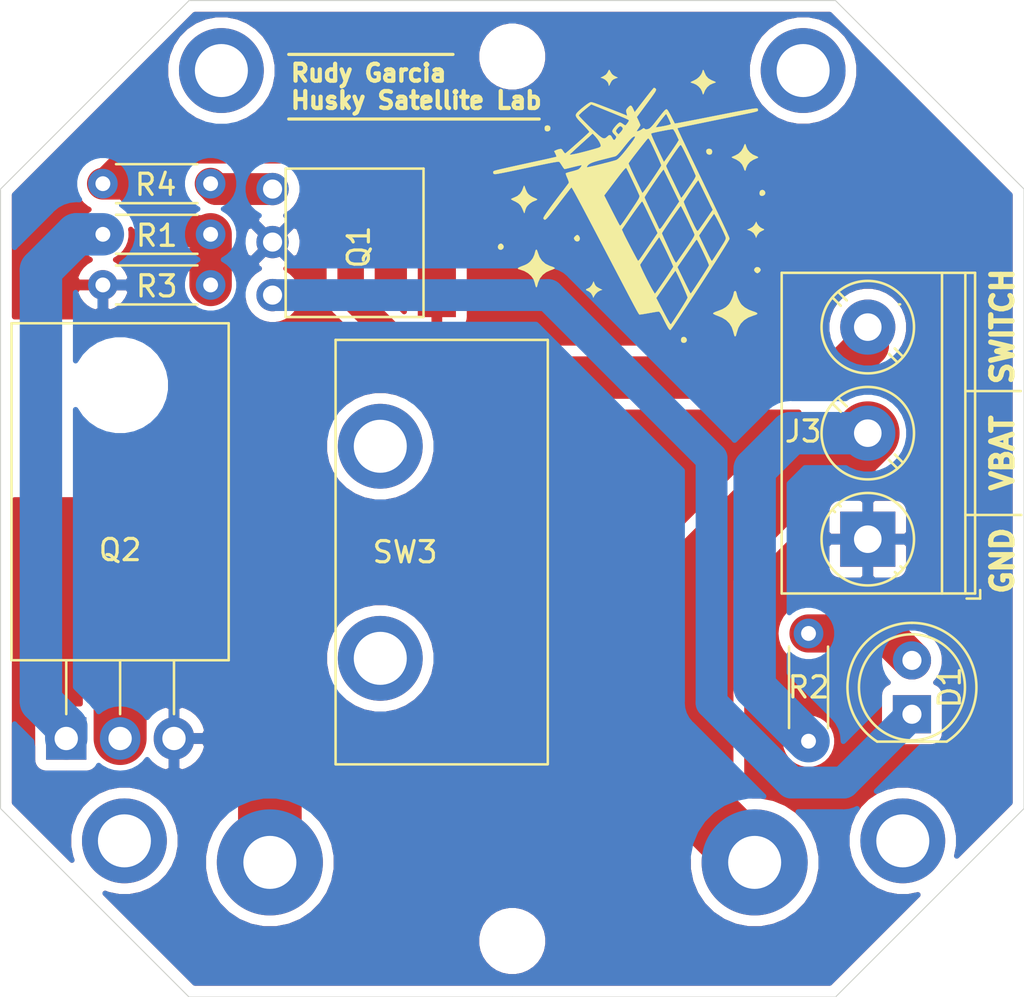
<source format=kicad_pcb>
(kicad_pcb (version 20171130) (host pcbnew "(5.1.8)-1")

  (general
    (thickness 1.6)
    (drawings 18)
    (tracks 47)
    (zones 0)
    (modules 20)
    (nets 10)
  )

  (page A4)
  (layers
    (0 F.Cu signal)
    (31 B.Cu signal)
    (32 B.Adhes user)
    (33 F.Adhes user)
    (34 B.Paste user)
    (35 F.Paste user)
    (36 B.SilkS user)
    (37 F.SilkS user)
    (38 B.Mask user)
    (39 F.Mask user)
    (40 Dwgs.User user)
    (41 Cmts.User user)
    (42 Eco1.User user)
    (43 Eco2.User user)
    (44 Edge.Cuts user)
    (45 Margin user)
    (46 B.CrtYd user hide)
    (47 F.CrtYd user)
    (48 B.Fab user)
    (49 F.Fab user hide)
  )

  (setup
    (last_trace_width 0.25)
    (trace_clearance 0.2)
    (zone_clearance 0.508)
    (zone_45_only no)
    (trace_min 0.2)
    (via_size 0.8)
    (via_drill 0.4)
    (via_min_size 0.4)
    (via_min_drill 0.3)
    (uvia_size 0.3)
    (uvia_drill 0.1)
    (uvias_allowed no)
    (uvia_min_size 0.2)
    (uvia_min_drill 0.1)
    (edge_width 0.05)
    (segment_width 0.2)
    (pcb_text_width 0.3)
    (pcb_text_size 1.5 1.5)
    (mod_edge_width 0.12)
    (mod_text_size 1 1)
    (mod_text_width 0.15)
    (pad_size 4 4)
    (pad_drill 2.5)
    (pad_to_mask_clearance 0)
    (aux_axis_origin 0 0)
    (grid_origin 137.16 82.55)
    (visible_elements 7FFFFFFF)
    (pcbplotparams
      (layerselection 0x010fc_ffffffff)
      (usegerberextensions false)
      (usegerberattributes true)
      (usegerberadvancedattributes true)
      (creategerberjobfile true)
      (excludeedgelayer true)
      (linewidth 0.100000)
      (plotframeref false)
      (viasonmask false)
      (mode 1)
      (useauxorigin false)
      (hpglpennumber 1)
      (hpglpenspeed 20)
      (hpglpendiameter 15.000000)
      (psnegative false)
      (psa4output false)
      (plotreference true)
      (plotvalue true)
      (plotinvisibletext false)
      (padsonsilk false)
      (subtractmaskfromsilk false)
      (outputformat 1)
      (mirror false)
      (drillshape 1)
      (scaleselection 1)
      (outputdirectory ""))
  )

  (net 0 "")
  (net 1 GND)
  (net 2 "Net-(D1-Pad2)")
  (net 3 "Net-(D1-Pad1)")
  (net 4 "Net-(H2-Pad1)")
  (net 5 "Net-(Q2-Pad2)")
  (net 6 "Net-(Q2-Pad1)")
  (net 7 "Net-(Q1-Pad1)")
  (net 8 VBat)
  (net 9 Switch)

  (net_class Default "This is the default net class."
    (clearance 0.2)
    (trace_width 0.25)
    (via_dia 0.8)
    (via_drill 0.4)
    (uvia_dia 0.3)
    (uvia_drill 0.1)
    (add_net GND)
    (add_net "Net-(D1-Pad1)")
    (add_net "Net-(D1-Pad2)")
    (add_net "Net-(H2-Pad1)")
    (add_net "Net-(Q1-Pad1)")
    (add_net "Net-(Q2-Pad1)")
    (add_net "Net-(Q2-Pad2)")
    (add_net Switch)
    (add_net VBat)
  )

  (module Package_TO_SOT_THT:TO-220-3_Horizontal_TabDown (layer F.Cu) (tedit 620B90C5) (tstamp 61CB8761)
    (at 116.1288 79.248)
    (descr "TO-220-3, Horizontal, RM 2.54mm, see https://www.vishay.com/docs/66542/to-220-1.pdf")
    (tags "TO-220-3 Horizontal RM 2.54mm")
    (path /61BF78BC)
    (fp_text reference Q2 (at 2.54 -8.89) (layer F.SilkS)
      (effects (font (size 1 1) (thickness 0.15)))
    )
    (fp_text value IRLZ44N (at 2.54 2) (layer F.Fab)
      (effects (font (size 1 1) (thickness 0.15)))
    )
    (fp_line (start 7.79 -19.71) (end -2.71 -19.71) (layer F.CrtYd) (width 0.05))
    (fp_line (start 7.79 1.25) (end 7.79 -19.71) (layer F.CrtYd) (width 0.05))
    (fp_line (start -2.71 1.25) (end 7.79 1.25) (layer F.CrtYd) (width 0.05))
    (fp_line (start -2.71 -19.71) (end -2.71 1.25) (layer F.CrtYd) (width 0.05))
    (fp_line (start 5.08 -3.69) (end 5.08 -1.15) (layer F.SilkS) (width 0.12))
    (fp_line (start 2.54 -3.69) (end 2.54 -1.15) (layer F.SilkS) (width 0.12))
    (fp_line (start 0 -3.69) (end 0 -1.15) (layer F.SilkS) (width 0.12))
    (fp_line (start 7.66 -19.58) (end 7.66 -3.69) (layer F.SilkS) (width 0.12))
    (fp_line (start -2.58 -19.58) (end -2.58 -3.69) (layer F.SilkS) (width 0.12))
    (fp_line (start -2.58 -19.58) (end 7.66 -19.58) (layer F.SilkS) (width 0.12))
    (fp_line (start -2.58 -3.69) (end 7.66 -3.69) (layer F.SilkS) (width 0.12))
    (fp_line (start 5.08 -3.81) (end 5.08 0) (layer F.Fab) (width 0.1))
    (fp_line (start 2.54 -3.81) (end 2.54 0) (layer F.Fab) (width 0.1))
    (fp_line (start 0 -3.81) (end 0 0) (layer F.Fab) (width 0.1))
    (fp_line (start 7.54 -3.81) (end -2.46 -3.81) (layer F.Fab) (width 0.1))
    (fp_line (start 7.54 -13.06) (end 7.54 -3.81) (layer F.Fab) (width 0.1))
    (fp_line (start -2.46 -13.06) (end 7.54 -13.06) (layer F.Fab) (width 0.1))
    (fp_line (start -2.46 -3.81) (end -2.46 -13.06) (layer F.Fab) (width 0.1))
    (fp_line (start 7.54 -13.06) (end -2.46 -13.06) (layer F.Fab) (width 0.1))
    (fp_line (start 7.54 -19.46) (end 7.54 -13.06) (layer F.Fab) (width 0.1))
    (fp_line (start -2.46 -19.46) (end 7.54 -19.46) (layer F.Fab) (width 0.1))
    (fp_line (start -2.46 -13.06) (end -2.46 -19.46) (layer F.Fab) (width 0.1))
    (fp_circle (center 2.54 -16.66) (end 4.39 -16.66) (layer F.Fab) (width 0.1))
    (fp_text user %R (at 2.54 -20.58) (layer F.Fab)
      (effects (font (size 1 1) (thickness 0.15)))
    )
    (pad 3 thru_hole oval (at 5.08 0) (size 1.905 2) (drill 1.1) (layers *.Cu *.Mask)
      (net 1 GND))
    (pad 2 thru_hole oval (at 2.54 0) (size 1.905 2) (drill 1.1) (layers *.Cu *.Mask)
      (net 5 "Net-(Q2-Pad2)"))
    (pad 1 thru_hole rect (at 0 0) (size 1.905 2) (drill 1.1) (layers *.Cu *.Mask)
      (net 6 "Net-(Q2-Pad1)"))
    (pad "" np_thru_hole oval (at 2.54 -16.66) (size 3.5 3.5) (drill 3.5) (layers *.Cu *.Mask))
    (model ${KISYS3DMOD}/Package_TO_SOT_THT.3dshapes/TO-220-3_Horizontal_TabDown.wrl
      (at (xyz 0 0 0))
      (scale (xyz 1 1 1))
      (rotate (xyz 0 0 0))
    )
  )

  (module MountingHole:MountingHole_2.1mm (layer F.Cu) (tedit 5B924765) (tstamp 620B933E)
    (at 137.16 47.0916)
    (descr "Mounting Hole 2.1mm, no annular")
    (tags "mounting hole 2.1mm no annular")
    (attr virtual)
    (fp_text reference REF** (at 3.81 -2.032) (layer F.Fab)
      (effects (font (size 1 1) (thickness 0.15)))
    )
    (fp_text value MountingHole_2.1mm (at 0 3.2) (layer F.Fab)
      (effects (font (size 1 1) (thickness 0.15)))
    )
    (fp_circle (center 0 0) (end 2.35 0) (layer F.CrtYd) (width 0.05))
    (fp_circle (center 0 0) (end 2.1 0) (layer Cmts.User) (width 0.15))
    (fp_text user %R (at 0.3 0) (layer F.Fab)
      (effects (font (size 1 1) (thickness 0.15)))
    )
    (pad "" np_thru_hole circle (at 0 0) (size 2.1 2.1) (drill 2.1) (layers *.Cu *.Mask))
  )

  (module MountingHole:MountingHole_2.1mm (layer F.Cu) (tedit 5B924765) (tstamp 620B92F5)
    (at 137.16 88.7984)
    (descr "Mounting Hole 2.1mm, no annular")
    (tags "mounting hole 2.1mm no annular")
    (attr virtual)
    (fp_text reference REF** (at 0 -3.2) (layer F.Fab)
      (effects (font (size 1 1) (thickness 0.15)))
    )
    (fp_text value MountingHole_2.1mm (at 0 3.2) (layer F.Fab)
      (effects (font (size 1 1) (thickness 0.15)))
    )
    (fp_circle (center 0 0) (end 2.35 0) (layer F.CrtYd) (width 0.05))
    (fp_circle (center 0 0) (end 2.1 0) (layer Cmts.User) (width 0.15))
    (fp_text user %R (at 0.3 0) (layer F.Fab)
      (effects (font (size 1 1) (thickness 0.15)))
    )
    (pad "" np_thru_hole circle (at 0 0) (size 2.1 2.1) (drill 2.1) (layers *.Cu *.Mask))
  )

  (module Logos:HSL_FootPrint_Logo (layer F.Cu) (tedit 0) (tstamp 61EE72C0)
    (at 143.002 54.2036)
    (fp_text reference G*** (at 0 0) (layer F.SilkS) hide
      (effects (font (size 1.524 1.524) (thickness 0.3)))
    )
    (fp_text value LOGO (at 0.75 0) (layer F.SilkS) hide
      (effects (font (size 1.524 1.524) (thickness 0.3)))
    )
    (fp_poly (pts (xy 2.32587 6.132903) (xy 2.374822 6.189887) (xy 2.389299 6.264091) (xy 2.373124 6.317187)
      (xy 2.313802 6.374781) (xy 2.228556 6.387165) (xy 2.179114 6.37492) (xy 2.131334 6.331325)
      (xy 2.112942 6.261308) (xy 2.12415 6.186762) (xy 2.165169 6.129584) (xy 2.176681 6.122312)
      (xy 2.255478 6.106067) (xy 2.32587 6.132903)) (layer F.SilkS) (width 0.01))
    (fp_poly (pts (xy 4.712566 3.979762) (xy 4.741206 4.070554) (xy 4.754086 4.134556) (xy 4.787938 4.253247)
      (xy 4.844845 4.386697) (xy 4.913233 4.510866) (xy 4.976278 4.596165) (xy 5.121503 4.719845)
      (xy 5.306888 4.824813) (xy 5.464828 4.886327) (xy 5.602545 4.933806) (xy 5.686213 4.972641)
      (xy 5.716953 5.006108) (xy 5.695889 5.03748) (xy 5.624143 5.070031) (xy 5.537175 5.097353)
      (xy 5.291252 5.190615) (xy 5.090705 5.316664) (xy 4.933599 5.477498) (xy 4.818003 5.675117)
      (xy 4.741984 5.911519) (xy 4.739714 5.921925) (xy 4.710258 6.030276) (xy 4.68046 6.082322)
      (xy 4.650359 6.078003) (xy 4.641495 6.066062) (xy 4.625343 6.023676) (xy 4.602605 5.944646)
      (xy 4.582231 5.862915) (xy 4.50986 5.648094) (xy 4.39915 5.467942) (xy 4.246339 5.318641)
      (xy 4.047669 5.196371) (xy 3.842478 5.111722) (xy 3.734446 5.069856) (xy 3.659267 5.031461)
      (xy 3.62706 5.00183) (xy 3.626556 4.998755) (xy 3.652565 4.970951) (xy 3.724864 4.934201)
      (xy 3.834861 4.892744) (xy 3.854821 4.88614) (xy 4.067966 4.802305) (xy 4.234299 4.702748)
      (xy 4.362569 4.581711) (xy 4.408074 4.521809) (xy 4.467096 4.421627) (xy 4.523016 4.302418)
      (xy 4.568354 4.182945) (xy 4.595627 4.081968) (xy 4.600223 4.039939) (xy 4.620227 3.977023)
      (xy 4.640588 3.952745) (xy 4.679586 3.941388) (xy 4.712566 3.979762)) (layer F.SilkS) (width 0.01))
    (fp_poly (pts (xy 0.879443 -5.627003) (xy 0.913737 -5.601564) (xy 0.930761 -5.581509) (xy 0.939113 -5.558626)
      (xy 0.935755 -5.5278) (xy 0.917646 -5.483918) (xy 0.881747 -5.421864) (xy 0.825019 -5.336523)
      (xy 0.744423 -5.222783) (xy 0.636918 -5.075527) (xy 0.499466 -4.889641) (xy 0.455185 -4.829957)
      (xy 0.031679 -4.259314) (xy 0.114595 -4.084046) (xy 0.15641 -3.9914) (xy 0.186214 -3.91724)
      (xy 0.197534 -3.877734) (xy 0.182063 -3.838519) (xy 0.14255 -3.772736) (xy 0.112889 -3.729812)
      (xy 0.064585 -3.659997) (xy 0.033931 -3.609668) (xy 0.028223 -3.595518) (xy 0.049939 -3.585309)
      (xy 0.104323 -3.59759) (xy 0.175226 -3.626513) (xy 0.246498 -3.666231) (xy 0.270921 -3.683395)
      (xy 0.330088 -3.724413) (xy 0.366209 -3.731936) (xy 0.399156 -3.709133) (xy 0.403761 -3.704588)
      (xy 0.441767 -3.677528) (xy 0.490409 -3.675144) (xy 0.562422 -3.69317) (xy 0.606703 -3.710215)
      (xy 0.650963 -3.737856) (xy 0.690328 -3.772692) (xy 0.921021 -3.772692) (xy 1.060233 -3.791147)
      (xy 1.158965 -3.806598) (xy 1.285856 -3.829623) (xy 1.414013 -3.855333) (xy 1.418167 -3.856217)
      (xy 1.520412 -3.880953) (xy 1.597104 -3.905119) (xy 1.635016 -3.924369) (xy 1.636889 -3.928066)
      (xy 1.625678 -3.967625) (xy 1.596464 -4.039877) (xy 1.555872 -4.130853) (xy 1.510532 -4.226582)
      (xy 1.467069 -4.313093) (xy 1.432111 -4.376417) (xy 1.412286 -4.402583) (xy 1.41175 -4.402666)
      (xy 1.387715 -4.381539) (xy 1.337806 -4.324544) (xy 1.269623 -4.241259) (xy 1.190764 -4.141263)
      (xy 1.10883 -4.034136) (xy 1.03142 -3.929456) (xy 0.988313 -3.868957) (xy 0.921021 -3.772692)
      (xy 0.690328 -3.772692) (xy 0.701444 -3.782529) (xy 0.764384 -3.850672) (xy 0.846021 -3.948719)
      (xy 0.952595 -4.083109) (xy 1.002973 -4.147671) (xy 1.128623 -4.308634) (xy 1.224845 -4.42998)
      (xy 1.296569 -4.516877) (xy 1.348722 -4.574492) (xy 1.386233 -4.607992) (xy 1.414032 -4.622545)
      (xy 1.437046 -4.623318) (xy 1.452243 -4.618699) (xy 1.48024 -4.588448) (xy 1.526302 -4.517537)
      (xy 1.584238 -4.416272) (xy 1.647854 -4.294958) (xy 1.653385 -4.283931) (xy 1.714363 -4.162544)
      (xy 1.766055 -4.060804) (xy 1.803374 -3.988642) (xy 1.821231 -3.955989) (xy 1.821794 -3.955229)
      (xy 1.831346 -3.954584) (xy 1.857923 -3.9576) (xy 1.904639 -3.964871) (xy 1.974605 -3.976994)
      (xy 2.070935 -3.994563) (xy 2.196742 -4.018175) (xy 2.355138 -4.048425) (xy 2.549236 -4.085909)
      (xy 2.782149 -4.131224) (xy 3.056989 -4.184963) (xy 3.376869 -4.247724) (xy 3.744903 -4.320102)
      (xy 4.164201 -4.402692) (xy 4.307996 -4.431037) (xy 4.559553 -4.480107) (xy 4.799181 -4.525853)
      (xy 5.020017 -4.567037) (xy 5.215199 -4.602423) (xy 5.377863 -4.630773) (xy 5.501148 -4.650849)
      (xy 5.578189 -4.661413) (xy 5.592107 -4.662591) (xy 5.679371 -4.665586) (xy 5.724327 -4.658516)
      (xy 5.740945 -4.635678) (xy 5.743223 -4.600882) (xy 5.744564 -4.585127) (xy 5.745892 -4.571722)
      (xy 5.743166 -4.559657) (xy 5.732344 -4.547918) (xy 5.709385 -4.535495) (xy 5.670247 -4.521374)
      (xy 5.610888 -4.504544) (xy 5.527267 -4.483993) (xy 5.415342 -4.458709) (xy 5.271072 -4.427679)
      (xy 5.090415 -4.389892) (xy 4.869329 -4.344336) (xy 4.603773 -4.289999) (xy 4.289705 -4.225868)
      (xy 4.049889 -4.17687) (xy 3.659183 -4.096974) (xy 3.320122 -4.027581) (xy 3.029047 -3.967902)
      (xy 2.7823 -3.917147) (xy 2.576221 -3.874528) (xy 2.407154 -3.839254) (xy 2.271439 -3.810538)
      (xy 2.165417 -3.787589) (xy 2.08543 -3.769618) (xy 2.02782 -3.755837) (xy 1.988927 -3.745456)
      (xy 1.965094 -3.737685) (xy 1.952661 -3.731737) (xy 1.947971 -3.72682) (xy 1.947334 -3.723319)
      (xy 1.959307 -3.692233) (xy 1.993897 -3.614572) (xy 2.049114 -3.494556) (xy 2.122966 -3.336406)
      (xy 2.21346 -3.144344) (xy 2.318605 -2.922592) (xy 2.436409 -2.67537) (xy 2.564881 -2.406899)
      (xy 2.702029 -2.121402) (xy 2.75868 -2.003777) (xy 2.996728 -1.509758) (xy 3.211335 -1.064097)
      (xy 3.403655 -0.66435) (xy 3.574844 -0.308071) (xy 3.726054 0.007185) (xy 3.858442 0.283863)
      (xy 3.97316 0.524408) (xy 4.071364 0.731266) (xy 4.154208 0.906881) (xy 4.222847 1.0537)
      (xy 4.278434 1.174166) (xy 4.322125 1.270726) (xy 4.355074 1.345824) (xy 4.378435 1.401905)
      (xy 4.393362 1.441416) (xy 4.401011 1.4668) (xy 4.402667 1.478302) (xy 4.387486 1.513855)
      (xy 4.343499 1.592837) (xy 4.273038 1.711599) (xy 4.178436 1.86649) (xy 4.062025 2.053862)
      (xy 3.926138 2.270066) (xy 3.773108 2.511452) (xy 3.605267 2.77437) (xy 3.424949 3.055172)
      (xy 3.234484 3.350208) (xy 3.036207 3.655829) (xy 2.83245 3.968385) (xy 2.625545 4.284228)
      (xy 2.417826 4.599707) (xy 2.211624 4.911174) (xy 2.12753 5.037667) (xy 1.988709 5.246003)
      (xy 1.877684 5.411985) (xy 1.79112 5.540347) (xy 1.725682 5.635819) (xy 1.678038 5.703133)
      (xy 1.644853 5.747021) (xy 1.622792 5.772214) (xy 1.608522 5.783445) (xy 1.600549 5.785556)
      (xy 1.573769 5.765646) (xy 1.533104 5.719003) (xy 1.502353 5.67017) (xy 1.453133 5.581644)
      (xy 1.391425 5.464606) (xy 1.32321 5.330237) (xy 1.29909 5.281559) (xy 1.223266 5.130724)
      (xy 1.165774 5.024917) (xy 1.122295 4.957466) (xy 1.088509 4.921698) (xy 1.060099 4.910941)
      (xy 1.059201 4.910935) (xy 1.011105 4.916036) (xy 0.919752 4.929813) (xy 0.797318 4.950295)
      (xy 0.655977 4.975511) (xy 0.623587 4.981491) (xy 0.479522 5.007455) (xy 0.351485 5.029047)
      (xy 0.251719 5.044306) (xy 0.19247 5.051274) (xy 0.186142 5.0515) (xy 0.176455 5.052855)
      (xy 0.168437 5.055116) (xy 0.16052 5.055424) (xy 0.151134 5.050919) (xy 0.138708 5.038742)
      (xy 0.121671 5.016033) (xy 0.098455 4.979931) (xy 0.067488 4.927577) (xy 0.027201 4.856112)
      (xy -0.023977 4.762676) (xy -0.087616 4.644409) (xy -0.165285 4.498451) (xy -0.258556 4.321942)
      (xy -0.284506 4.272617) (xy 0.948414 4.272617) (xy 1.14082 4.645408) (xy 1.267306 4.889375)
      (xy 1.371011 5.086674) (xy 1.454205 5.241219) (xy 1.519157 5.356922) (xy 1.568135 5.437697)
      (xy 1.60341 5.487457) (xy 1.62725 5.510116) (xy 1.641926 5.509586) (xy 1.641938 5.509574)
      (xy 1.66438 5.478958) (xy 1.712755 5.407606) (xy 1.782572 5.302325) (xy 1.86934 5.16992)
      (xy 1.968569 5.0172) (xy 2.048426 4.893483) (xy 2.153043 4.728944) (xy 2.246583 4.577964)
      (xy 2.324852 4.447628) (xy 2.383655 4.345024) (xy 2.418801 4.277238) (xy 2.427112 4.253582)
      (xy 2.415704 4.212454) (xy 2.384132 4.129342) (xy 2.336369 4.013284) (xy 2.276387 3.873317)
      (xy 2.208162 3.718481) (xy 2.135666 3.557813) (xy 2.062873 3.400352) (xy 1.993756 3.255135)
      (xy 1.94252 3.151353) (xy 1.85662 2.981187) (xy 1.803072 3.049871) (xy 1.772409 3.091696)
      (xy 1.714737 3.17268) (xy 1.635162 3.285562) (xy 1.538789 3.423084) (xy 1.430723 3.577986)
      (xy 1.348969 3.695586) (xy 0.948414 4.272617) (xy -0.284506 4.272617) (xy -0.368998 4.112024)
      (xy -0.498182 3.865835) (xy -0.647677 3.580517) (xy -0.819054 3.253209) (xy -1.013883 2.881052)
      (xy -1.107599 2.702068) (xy 0.1872 2.702068) (xy 0.19435 2.734761) (xy 0.224036 2.80904)
      (xy 0.272192 2.916708) (xy 0.334751 3.049568) (xy 0.407647 3.199424) (xy 0.486811 3.35808)
      (xy 0.568179 3.51734) (xy 0.647682 3.669006) (xy 0.721254 3.804882) (xy 0.784829 3.916772)
      (xy 0.813193 3.96373) (xy 0.88262 4.075126) (xy 0.949631 3.991952) (xy 0.984554 3.944861)
      (xy 1.045428 3.858811) (xy 1.126769 3.741722) (xy 1.223091 3.601515) (xy 1.32891 3.44611)
      (xy 1.38321 3.365859) (xy 1.487408 3.210376) (xy 1.580091 3.069858) (xy 1.656818 2.951222)
      (xy 1.713148 2.861382) (xy 1.739308 2.816421) (xy 1.946763 2.816421) (xy 2.247973 3.440211)
      (xy 2.331769 3.612408) (xy 2.407942 3.766388) (xy 2.47298 3.895261) (xy 2.523373 3.992136)
      (xy 2.555609 4.050123) (xy 2.565758 4.063946) (xy 2.58915 4.042399) (xy 2.632426 3.986751)
      (xy 2.672079 3.92989) (xy 2.780475 3.766956) (xy 2.89324 3.595539) (xy 3.005971 3.422525)
      (xy 3.114266 3.254801) (xy 3.213725 3.099253) (xy 3.299944 2.962769) (xy 3.368523 2.852235)
      (xy 3.415059 2.774537) (xy 3.435151 2.736563) (xy 3.435445 2.735601) (xy 3.427002 2.69933)
      (xy 3.397587 2.622447) (xy 3.351326 2.513629) (xy 3.292344 2.38155) (xy 3.224769 2.234887)
      (xy 3.152727 2.082316) (xy 3.080343 1.932512) (xy 3.011745 1.794151) (xy 2.951057 1.67591)
      (xy 2.902407 1.586464) (xy 2.869921 1.534488) (xy 2.859627 1.524887) (xy 2.851871 1.525334)
      (xy 2.84327 1.529272) (xy 2.830303 1.541569) (xy 2.809446 1.567096) (xy 2.777175 1.61072)
      (xy 2.729969 1.677311) (xy 2.664304 1.771738) (xy 2.576656 1.898868) (xy 2.463502 2.063572)
      (xy 2.346723 2.233711) (xy 1.946763 2.816421) (xy 1.739308 2.816421) (xy 1.744642 2.807254)
      (xy 1.749778 2.794983) (xy 1.738066 2.758659) (xy 1.705611 2.680303) (xy 1.65644 2.568605)
      (xy 1.594575 2.432254) (xy 1.524043 2.279938) (xy 1.448866 2.120348) (xy 1.373071 1.962172)
      (xy 1.300681 1.814099) (xy 1.23572 1.684818) (xy 1.234305 1.682055) (xy 1.091094 1.402664)
      (xy 1.036464 1.470129) (xy 1.008413 1.508247) (xy 0.954094 1.584958) (xy 0.879049 1.692225)
      (xy 0.788816 1.822013) (xy 0.688937 1.966286) (xy 0.58495 2.117006) (xy 0.482397 2.266138)
      (xy 0.386816 2.405645) (xy 0.303749 2.527492) (xy 0.238734 2.623641) (xy 0.197312 2.686057)
      (xy 0.1872 2.702068) (xy -1.107599 2.702068) (xy -1.185069 2.554112) (xy -1.44652 2.054978)
      (xy -1.683079 1.603673) (xy -1.895934 1.197968) (xy -1.974904 1.047641) (xy -0.673439 1.047641)
      (xy -0.594812 1.222321) (xy -0.561086 1.29296) (xy -0.506915 1.401468) (xy -0.437309 1.53824)
      (xy -0.357281 1.693675) (xy -0.271842 1.858169) (xy -0.186003 2.02212) (xy -0.104775 2.175924)
      (xy -0.03317 2.309979) (xy 0.0238 2.414682) (xy 0.061125 2.480431) (xy 0.065441 2.487501)
      (xy 0.07561 2.50504) (xy 0.084968 2.517172) (xy 0.096981 2.519534) (xy 0.115111 2.507765)
      (xy 0.142824 2.477505) (xy 0.183584 2.424393) (xy 0.240855 2.344067) (xy 0.318102 2.232166)
      (xy 0.418788 2.08433) (xy 0.546379 1.896198) (xy 0.6118 1.799729) (xy 1.004616 1.220676)
      (xy 1.213556 1.220676) (xy 1.224957 1.253554) (xy 1.256547 1.328891) (xy 1.30441 1.438111)
      (xy 1.364626 1.572636) (xy 1.43328 1.723889) (xy 1.506452 1.883292) (xy 1.580226 2.042268)
      (xy 1.650684 2.192239) (xy 1.713907 2.324628) (xy 1.765979 2.430858) (xy 1.769538 2.437953)
      (xy 1.820809 2.535597) (xy 1.856038 2.588976) (xy 1.881712 2.605578) (xy 1.904053 2.593175)
      (xy 1.929488 2.559977) (xy 1.981981 2.486765) (xy 2.056869 2.380213) (xy 2.149486 2.246994)
      (xy 2.255167 2.093781) (xy 2.354876 1.948289) (xy 2.486859 1.753695) (xy 2.588711 1.599885)
      (xy 2.663372 1.481906) (xy 2.713782 1.394799) (xy 2.742883 1.333611) (xy 2.744665 1.326929)
      (xy 2.963633 1.326929) (xy 3.197792 1.81352) (xy 3.301179 2.027836) (xy 3.383171 2.196198)
      (xy 3.446521 2.323673) (xy 3.493983 2.415325) (xy 3.528311 2.476218) (xy 3.55226 2.511417)
      (xy 3.568583 2.525987) (xy 3.580034 2.524993) (xy 3.58314 2.522192) (xy 3.60492 2.491646)
      (xy 3.651924 2.421441) (xy 3.718963 2.319467) (xy 3.800849 2.193615) (xy 3.892396 2.051778)
      (xy 3.892876 2.051031) (xy 4.006583 1.873843) (xy 4.092931 1.737252) (xy 4.155108 1.634391)
      (xy 4.196302 1.558395) (xy 4.219702 1.502396) (xy 4.228495 1.459526) (xy 4.225868 1.42292)
      (xy 4.215011 1.38571) (xy 4.209241 1.369571) (xy 4.176327 1.287762) (xy 4.12723 1.17737)
      (xy 4.066292 1.047017) (xy 3.997853 0.905325) (xy 3.926256 0.760917) (xy 3.855842 0.622416)
      (xy 3.790952 0.498443) (xy 3.735928 0.397622) (xy 3.695111 0.328575) (xy 3.672843 0.299924)
      (xy 3.670723 0.300036) (xy 3.648944 0.329714) (xy 3.60036 0.398855) (xy 3.529951 0.500277)
      (xy 3.442694 0.626798) (xy 3.343568 0.771236) (xy 3.306275 0.825742) (xy 2.963633 1.326929)
      (xy 2.744665 1.326929) (xy 2.753614 1.293385) (xy 2.752638 1.277933) (xy 2.734657 1.228523)
      (xy 2.697081 1.140534) (xy 2.643823 1.022106) (xy 2.578797 0.881377) (xy 2.505916 0.726488)
      (xy 2.429093 0.565578) (xy 2.352243 0.406786) (xy 2.279278 0.258252) (xy 2.214112 0.128115)
      (xy 2.160659 0.024515) (xy 2.122832 -0.044408) (xy 2.104544 -0.070516) (xy 2.104282 -0.070555)
      (xy 2.082972 -0.048305) (xy 2.035346 0.013577) (xy 1.966444 0.107787) (xy 1.881302 0.227021)
      (xy 1.784959 0.363976) (xy 1.682454 0.511348) (xy 1.578825 0.661833) (xy 1.47911 0.808128)
      (xy 1.388347 0.942929) (xy 1.311574 1.058932) (xy 1.25383 1.148834) (xy 1.220153 1.205332)
      (xy 1.213556 1.220676) (xy 1.004616 1.220676) (xy 1.011933 1.20989) (xy 0.835273 0.837779)
      (xy 0.706102 0.565944) (xy 0.598867 0.34094) (xy 0.511464 0.158526) (xy 0.441789 0.014461)
      (xy 0.387739 -0.095492) (xy 0.347211 -0.175574) (xy 0.318101 -0.230026) (xy 0.298305 -0.263085)
      (xy 0.28572 -0.278993) (xy 0.27958 -0.282222) (xy 0.25501 -0.259609) (xy 0.202311 -0.194917)
      (xy 0.124916 -0.092863) (xy 0.026255 0.041836) (xy -0.090241 0.204463) (xy -0.221141 0.3903)
      (xy -0.363013 0.59463) (xy -0.445253 0.714321) (xy -0.673439 1.047641) (xy -1.974904 1.047641)
      (xy -2.086277 0.835635) (xy -2.255297 0.514446) (xy -2.404185 0.232174) (xy -2.53413 -0.013412)
      (xy -2.646324 -0.224537) (xy -2.741956 -0.40343) (xy -2.822216 -0.55232) (xy -2.827263 -0.561571)
      (xy -1.506477 -0.561571) (xy -1.158226 0.121381) (xy -1.065128 0.303262) (xy -0.979305 0.469612)
      (xy -0.904393 0.613491) (xy -0.844027 0.727955) (xy -0.801845 0.806061) (xy -0.78148 0.840867)
      (xy -0.781356 0.841028) (xy -0.770044 0.854563) (xy -0.758113 0.860906) (xy -0.742017 0.855531)
      (xy -0.718211 0.83391) (xy -0.68315 0.791516) (xy -0.633287 0.723823) (xy -0.565079 0.626304)
      (xy -0.474978 0.494432) (xy -0.359441 0.32368) (xy -0.255281 0.169334) (xy -0.124695 -0.025203)
      (xy -0.023264 -0.179054) (xy 0.052229 -0.297771) (xy 0.105003 -0.386908) (xy 0.138275 -0.452017)
      (xy 0.14626 -0.47394) (xy 0.395112 -0.47394) (xy 0.406909 -0.438953) (xy 0.44 -0.360856)
      (xy 0.490934 -0.247267) (xy 0.55626 -0.105809) (xy 0.632525 0.0559) (xy 0.68013 0.15538)
      (xy 0.765944 0.33425) (xy 0.847637 0.505406) (xy 0.920612 0.659153) (xy 0.980276 0.785797)
      (xy 1.022032 0.875642) (xy 1.033685 0.901326) (xy 1.059571 0.960412) (xy 1.080877 1.001266)
      (xy 1.102764 1.020058) (xy 1.130389 1.012958) (xy 1.168911 0.976137) (xy 1.223488 0.905764)
      (xy 1.299279 0.79801) (xy 1.401444 0.649045) (xy 1.430432 0.606778) (xy 1.53551 0.453586)
      (xy 1.646803 0.291112) (xy 1.752521 0.13658) (xy 1.840874 0.007219) (xy 1.858117 -0.01807)
      (xy 2.032627 -0.274122) (xy 2.242068 -0.274122) (xy 2.249452 -0.23901) (xy 2.277593 -0.161492)
      (xy 2.3227 -0.049988) (xy 2.380978 0.087083) (xy 2.448635 0.241302) (xy 2.521876 0.404249)
      (xy 2.596909 0.567505) (xy 2.66994 0.72265) (xy 2.737175 0.861267) (xy 2.794822 0.974934)
      (xy 2.839086 1.055233) (xy 2.846421 1.067217) (xy 2.878873 1.111555) (xy 2.905421 1.110655)
      (xy 2.936023 1.081328) (xy 2.966624 1.042695) (xy 3.023095 0.965487) (xy 3.09964 0.857856)
      (xy 3.190469 0.727954) (xy 3.289786 0.583936) (xy 3.29815 0.571719) (xy 3.611809 0.113326)
      (xy 3.271565 -0.585392) (xy 2.931322 -1.284111) (xy 2.862369 -1.199444) (xy 2.819855 -1.143073)
      (xy 2.756249 -1.053576) (xy 2.677844 -0.940337) (xy 2.590929 -0.812739) (xy 2.501795 -0.680166)
      (xy 2.41673 -0.552001) (xy 2.342027 -0.437628) (xy 2.283975 -0.346429) (xy 2.248864 -0.287788)
      (xy 2.242068 -0.274122) (xy 2.032627 -0.274122) (xy 2.033928 -0.27603) (xy 1.664173 -1.03407)
      (xy 1.294417 -1.792111) (xy 1.226099 -1.707444) (xy 1.176166 -1.641815) (xy 1.105781 -1.544177)
      (xy 1.020061 -1.422129) (xy 0.924125 -1.283271) (xy 0.823094 -1.1352) (xy 0.722087 -0.985517)
      (xy 0.626223 -0.84182) (xy 0.540621 -0.711709) (xy 0.4704 -0.602782) (xy 0.42068 -0.522638)
      (xy 0.39658 -0.478876) (xy 0.395112 -0.47394) (xy 0.14626 -0.47394) (xy 0.155261 -0.498651)
      (xy 0.15918 -0.532362) (xy 0.157794 -0.54355) (xy 0.142788 -0.584483) (xy 0.107382 -0.666685)
      (xy 0.055671 -0.781521) (xy -0.008247 -0.920354) (xy -0.080275 -1.074549) (xy -0.156318 -1.23547)
      (xy -0.232277 -1.394481) (xy -0.304057 -1.542948) (xy -0.367561 -1.672233) (xy -0.418692 -1.773701)
      (xy -0.453353 -1.838717) (xy -0.465817 -1.858114) (xy -0.481932 -1.85996) (xy -0.510321 -1.840964)
      (xy -0.55413 -1.797396) (xy -0.616505 -1.725529) (xy -0.700591 -1.621636) (xy -0.809533 -1.481987)
      (xy -0.946478 -1.302856) (xy -1.052566 -1.16273) (xy -1.506477 -0.561571) (xy -2.827263 -0.561571)
      (xy -2.888295 -0.673434) (xy -2.941383 -0.769001) (xy -2.98267 -0.841249) (xy -3.013346 -0.892405)
      (xy -3.034602 -0.924697) (xy -3.047627 -0.940355) (xy -3.052865 -0.942437) (xy -3.074778 -0.917552)
      (xy -3.126441 -0.853574) (xy -3.203335 -0.756262) (xy -3.300943 -0.631375) (xy -3.414746 -0.484673)
      (xy -3.540227 -0.321914) (xy -3.56713 -0.286896) (xy -3.740229 -0.061948) (xy -3.882749 0.121815)
      (xy -3.998095 0.268276) (xy -4.089672 0.381318) (xy -4.160882 0.464824) (xy -4.215131 0.522677)
      (xy -4.255823 0.558762) (xy -4.286361 0.576959) (xy -4.310151 0.581154) (xy -4.325055 0.577667)
      (xy -4.366874 0.53747) (xy -4.374444 0.507537) (xy -4.35651 0.460406) (xy -4.302994 0.370418)
      (xy -4.214324 0.23818) (xy -4.09093 0.064299) (xy -3.933242 -0.150616) (xy -3.741688 -0.40596)
      (xy -3.564967 -0.638127) (xy -3.455413 -0.781644) (xy -3.356853 -0.911436) (xy -3.274707 -1.02031)
      (xy -3.214396 -1.101073) (xy -3.181341 -1.14653) (xy -3.177442 -1.152384) (xy -3.176904 -1.199014)
      (xy -3.202467 -1.284606) (xy -3.244431 -1.384708) (xy -3.285478 -1.481098) (xy -3.312114 -1.558284)
      (xy -3.319485 -1.601825) (xy -3.318429 -1.604916) (xy -3.285729 -1.62219) (xy -3.210887 -1.647591)
      (xy -3.106858 -1.67698) (xy -3.041282 -1.693491) (xy -2.919503 -1.725367) (xy -2.812766 -1.757783)
      (xy -2.737231 -1.785638) (xy -2.716782 -1.795904) (xy -2.665657 -1.83844) (xy -2.615827 -1.89554)
      (xy -2.60451 -1.912807) (xy -2.325773 -1.912807) (xy -2.322636 -1.893488) (xy -2.300928 -1.890888)
      (xy -2.261623 -1.897446) (xy -2.176079 -1.915808) (xy -2.052798 -1.944014) (xy -1.900281 -1.980099)
      (xy -1.727028 -2.022103) (xy -1.643443 -2.042689) (xy -1.523958 -2.072762) (xy -0.361803 -2.072762)
      (xy -0.278279 -1.875992) (xy -0.238955 -1.787139) (xy -0.180407 -1.659739) (xy -0.108307 -1.505898)
      (xy -0.02833 -1.337727) (xy 0.050075 -1.175112) (xy 0.294905 -0.671002) (xy 0.370958 -0.762102)
      (xy 0.408584 -0.811534) (xy 0.472054 -0.899784) (xy 0.555741 -1.018817) (xy 0.654017 -1.160594)
      (xy 0.761255 -1.31708) (xy 0.816172 -1.397881) (xy 0.920995 -1.554026) (xy 1.014253 -1.695786)
      (xy 1.091488 -1.816151) (xy 1.148243 -1.908111) (xy 1.177152 -1.959486) (xy 1.411112 -1.959486)
      (xy 1.413702 -1.94529) (xy 1.4228 -1.919039) (xy 1.44039 -1.876473) (xy 1.468461 -1.813328)
      (xy 1.508999 -1.725343) (xy 1.563992 -1.608258) (xy 1.635426 -1.457809) (xy 1.725288 -1.269736)
      (xy 1.835565 -1.039777) (xy 1.968245 -0.76367) (xy 1.982035 -0.734993) (xy 2.123955 -0.439874)
      (xy 2.191443 -0.523326) (xy 2.229339 -0.573867) (xy 2.292094 -0.661668) (xy 2.373015 -0.777188)
      (xy 2.465406 -0.910886) (xy 2.542353 -1.023451) (xy 2.649847 -1.183832) (xy 2.726913 -1.304902)
      (xy 2.776855 -1.392606) (xy 2.802976 -1.452887) (xy 2.808582 -1.491691) (xy 2.806929 -1.499503)
      (xy 2.785067 -1.555636) (xy 2.742882 -1.653186) (xy 2.684714 -1.782796) (xy 2.614901 -1.935111)
      (xy 2.537785 -2.100776) (xy 2.457703 -2.270435) (xy 2.378996 -2.434733) (xy 2.306003 -2.584315)
      (xy 2.272406 -2.651858) (xy 2.206087 -2.78312) (xy 2.159403 -2.870599) (xy 2.12693 -2.921089)
      (xy 2.103245 -2.941383) (xy 2.082924 -2.938276) (xy 2.060543 -2.918561) (xy 2.059959 -2.917964)
      (xy 2.021842 -2.871996) (xy 1.961949 -2.791606) (xy 1.886219 -2.685567) (xy 1.800592 -2.562652)
      (xy 1.711006 -2.431634) (xy 1.623402 -2.301288) (xy 1.543717 -2.180385) (xy 1.477891 -2.0777)
      (xy 1.431864 -2.002006) (xy 1.411574 -1.962076) (xy 1.411112 -1.959486) (xy 1.177152 -1.959486)
      (xy 1.180061 -1.964655) (xy 1.185334 -1.978484) (xy 1.173797 -2.017265) (xy 1.141829 -2.098106)
      (xy 1.093393 -2.212163) (xy 1.032455 -2.350595) (xy 0.962978 -2.504561) (xy 0.888926 -2.66522)
      (xy 0.814262 -2.823728) (xy 0.742952 -2.971245) (xy 0.714302 -3.029106) (xy 0.656152 -3.142804)
      (xy 0.615598 -3.212793) (xy 0.586592 -3.246616) (xy 0.563083 -3.251818) (xy 0.544567 -3.240773)
      (xy 0.515908 -3.209243) (xy 0.459077 -3.140663) (xy 0.380174 -3.042827) (xy 0.285303 -2.92353)
      (xy 0.180564 -2.790569) (xy 0.07206 -2.651739) (xy -0.034107 -2.514835) (xy -0.131836 -2.387653)
      (xy -0.215024 -2.277988) (xy -0.277571 -2.193636) (xy -0.302793 -2.158214) (xy -0.361803 -2.072762)
      (xy -1.523958 -2.072762) (xy -1.458916 -2.089132) (xy -1.287165 -2.133801) (xy -1.137777 -2.17409)
      (xy -1.020339 -2.207391) (xy -0.94444 -2.231097) (xy -0.928136 -2.237192) (xy -0.856744 -2.285218)
      (xy -0.757021 -2.381096) (xy -0.629527 -2.524185) (xy -0.474818 -2.713843) (xy -0.293452 -2.94943)
      (xy -0.202204 -3.071724) (xy -0.113936 -3.196378) (xy -0.063021 -3.282128) (xy -0.048535 -3.331556)
      (xy -0.069557 -3.347244) (xy -0.106737 -3.338895) (xy -0.147452 -3.319215) (xy -0.19412 -3.284279)
      (xy -0.25196 -3.228512) (xy -0.32619 -3.146336) (xy -0.422028 -3.032177) (xy -0.544693 -2.880458)
      (xy -0.595948 -2.816169) (xy -0.711836 -2.672018) (xy -0.800356 -2.56654) (xy -0.867988 -2.493236)
      (xy -0.921211 -2.445608) (xy -0.966506 -2.417159) (xy -1.009259 -2.401671) (xy -1.071929 -2.385552)
      (xy -1.177551 -2.358583) (xy -1.314356 -2.323759) (xy -1.470576 -2.284079) (xy -1.580444 -2.256217)
      (xy -1.792256 -2.200753) (xy -1.956157 -2.153071) (xy -2.079626 -2.110091) (xy -2.170143 -2.068738)
      (xy -2.235186 -2.025933) (xy -2.282236 -1.9786) (xy -2.294373 -1.962476) (xy -2.325773 -1.912807)
      (xy -2.60451 -1.912807) (xy -2.579885 -1.950378) (xy -2.570425 -1.986127) (xy -2.572255 -1.988996)
      (xy -2.602311 -1.986654) (xy -2.676763 -1.972184) (xy -2.785415 -1.947795) (xy -2.918068 -1.915696)
      (xy -2.964133 -1.904102) (xy -3.104231 -1.868972) (xy -3.225351 -1.839457) (xy -3.316671 -1.81813)
      (xy -3.367374 -1.807562) (xy -3.373017 -1.806876) (xy -3.401427 -1.82896) (xy -3.446733 -1.887114)
      (xy -3.491999 -1.95719) (xy -3.546178 -2.042681) (xy -3.594616 -2.110461) (xy -3.621309 -2.140534)
      (xy -3.63408 -2.147395) (xy -3.655284 -2.151133) (xy -3.688813 -2.151018) (xy -3.738563 -2.146319)
      (xy -3.80843 -2.136308) (xy -3.902307 -2.120253) (xy -4.024091 -2.097425) (xy -4.177675 -2.067093)
      (xy -4.366955 -2.028527) (xy -4.595826 -1.980997) (xy -4.868182 -1.923773) (xy -5.187919 -1.856124)
      (xy -5.558932 -1.777321) (xy -5.559777 -1.777142) (xy -5.788054 -1.72915) (xy -6.003154 -1.684973)
      (xy -6.19773 -1.646041) (xy -6.36443 -1.613785) (xy -6.495906 -1.589634) (xy -6.584808 -1.575019)
      (xy -6.618111 -1.571213) (xy -6.691311 -1.571934) (xy -6.725735 -1.589213) (xy -6.738658 -1.632967)
      (xy -6.739644 -1.640988) (xy -6.741277 -1.671713) (xy -6.732227 -1.695154) (xy -6.703959 -1.715182)
      (xy -6.647935 -1.735668) (xy -6.555622 -1.760484) (xy -6.418481 -1.793499) (xy -6.386867 -1.800968)
      (xy -6.277446 -1.826258) (xy -6.121365 -1.861559) (xy -5.927138 -1.904985) (xy -5.703279 -1.954646)
      (xy -5.458304 -2.008656) (xy -5.200727 -2.065127) (xy -4.939063 -2.122169) (xy -4.896555 -2.131403)
      (xy -4.652448 -2.184621) (xy -4.425885 -2.234429) (xy -4.222726 -2.279509) (xy -4.048831 -2.318541)
      (xy -3.910058 -2.350206) (xy -3.812268 -2.373187) (xy -3.761318 -2.386163) (xy -3.755288 -2.38832)
      (xy -3.759358 -2.418117) (xy -3.783424 -2.481136) (xy -3.788811 -2.492845) (xy -3.132666 -2.492845)
      (xy -3.112405 -2.484132) (xy -3.048786 -2.489013) (xy -2.937553 -2.507986) (xy -2.845234 -2.526541)
      (xy -2.733707 -2.55161) (xy -2.59291 -2.585997) (xy -2.434011 -2.626673) (xy -2.268176 -2.670609)
      (xy -2.106573 -2.714776) (xy -1.960369 -2.756142) (xy -1.840732 -2.79168) (xy -1.758829 -2.818359)
      (xy -1.73457 -2.827857) (xy -1.683111 -2.866353) (xy -1.665731 -2.904363) (xy -1.686517 -2.99168)
      (xy -1.741777 -3.103097) (xy -1.823797 -3.225212) (xy -1.910065 -3.3288) (xy -2.050944 -3.482013)
      (xy -2.591805 -2.992073) (xy -2.737415 -2.859828) (xy -2.868189 -2.740398) (xy -2.978604 -2.638879)
      (xy -3.063137 -2.56037) (xy -3.116265 -2.509969) (xy -3.132666 -2.492845) (xy -3.788811 -2.492845)
      (xy -3.804102 -2.52608) (xy -3.865295 -2.652033) (xy -3.787283 -2.692375) (xy -3.701911 -2.726691)
      (xy -3.611469 -2.750801) (xy -3.549658 -2.757788) (xy -3.508303 -2.74249) (xy -3.468459 -2.693984)
      (xy -3.443111 -2.653749) (xy -3.395651 -2.587833) (xy -3.354588 -2.550135) (xy -3.340203 -2.546361)
      (xy -3.310994 -2.566706) (xy -3.247056 -2.619074) (xy -3.155255 -2.697338) (xy -3.042457 -2.795365)
      (xy -2.915528 -2.907027) (xy -2.781334 -3.026192) (xy -2.646742 -3.146731) (xy -2.518618 -3.262513)
      (xy -2.403828 -3.367409) (xy -2.309238 -3.455288) (xy -2.241715 -3.52002) (xy -2.208124 -3.555475)
      (xy -2.205785 -3.559171) (xy -2.221326 -3.587191) (xy -2.27047 -3.647858) (xy -2.346867 -3.733948)
      (xy -2.444164 -3.838239) (xy -2.523285 -3.920227) (xy -2.656099 -4.058051) (xy -2.75134 -4.16415)
      (xy -2.812256 -4.245782) (xy -2.842092 -4.310207) (xy -2.843017 -4.335398) (xy -2.709333 -4.335398)
      (xy -2.689775 -4.305112) (xy -2.635464 -4.242844) (xy -2.552942 -4.155094) (xy -2.44875 -4.048358)
      (xy -2.329432 -3.929134) (xy -2.201528 -3.803921) (xy -2.071581 -3.679216) (xy -1.946134 -3.561518)
      (xy -1.831728 -3.457324) (xy -1.77487 -3.407251) (xy -1.659045 -3.314024) (xy -1.569555 -3.262336)
      (xy -1.496635 -3.250335) (xy -1.430521 -3.276167) (xy -1.368777 -3.330222) (xy -1.292476 -3.395514)
      (xy -1.231907 -3.409169) (xy -1.179119 -3.369707) (xy -1.130916 -3.285897) (xy -1.083238 -3.202585)
      (xy -1.040689 -3.173648) (xy -0.997684 -3.198039) (xy -0.959947 -3.253915) (xy -0.938403 -3.299014)
      (xy -0.939794 -3.33539) (xy -0.970119 -3.379673) (xy -1.027052 -3.439978) (xy -1.09329 -3.515864)
      (xy -1.121024 -3.572768) (xy -1.119942 -3.606739) (xy -0.954699 -3.606739) (xy -0.938368 -3.556881)
      (xy -0.897911 -3.508131) (xy -0.836267 -3.442514) (xy -0.791075 -3.485811) (xy 0.710627 -3.485811)
      (xy 0.711603 -3.453733) (xy 0.736263 -3.378026) (xy 0.785149 -3.257417) (xy 0.8588 -3.090638)
      (xy 0.957757 -2.876418) (xy 1.07503 -2.629204) (xy 1.309359 -2.139853) (xy 1.367291 -2.217916)
      (xy 1.404219 -2.269171) (xy 1.465607 -2.355994) (xy 1.543819 -2.467521) (xy 1.631219 -2.592891)
      (xy 1.659434 -2.633515) (xy 1.748768 -2.76347) (xy 1.831348 -2.885803) (xy 1.899364 -2.988789)
      (xy 1.945001 -3.060701) (xy 1.952909 -3.074022) (xy 2.012171 -3.176994) (xy 1.896812 -3.423165)
      (xy 1.842642 -3.531249) (xy 1.792093 -3.61895) (xy 1.752569 -3.674004) (xy 1.738071 -3.685982)
      (xy 1.69984 -3.685095) (xy 1.617735 -3.674201) (xy 1.502832 -3.655456) (xy 1.366207 -3.631019)
      (xy 1.218935 -3.603047) (xy 1.072092 -3.573699) (xy 0.936752 -3.545131) (xy 0.823992 -3.519502)
      (xy 0.744887 -3.49897) (xy 0.710627 -3.485811) (xy -0.791075 -3.485811) (xy -0.760788 -3.514827)
      (xy -0.698274 -3.584095) (xy -0.650138 -3.652922) (xy -0.648476 -3.655963) (xy -0.626903 -3.71354)
      (xy -0.644185 -3.759184) (xy -0.662974 -3.781503) (xy -0.716155 -3.826666) (xy -0.765839 -3.83003)
      (xy -0.824306 -3.789065) (xy -0.871965 -3.738462) (xy -0.933184 -3.661762) (xy -0.954699 -3.606739)
      (xy -1.119942 -3.606739) (xy -1.119602 -3.617379) (xy -1.092035 -3.673354) (xy -1.037758 -3.749534)
      (xy -0.968014 -3.833392) (xy -0.894047 -3.912397) (xy -0.8271 -3.974023) (xy -0.778415 -4.00574)
      (xy -0.769462 -4.007555) (xy -0.719862 -3.991312) (xy -0.651616 -3.95092) (xy -0.632491 -3.937)
      (xy -0.567635 -3.892526) (xy -0.519245 -3.868073) (xy -0.5109 -3.866444) (xy -0.480362 -3.887868)
      (xy -0.4347 -3.94019) (xy -0.387115 -4.005484) (xy -0.350808 -4.065825) (xy -0.338666 -4.100326)
      (xy -0.345424 -4.112095) (xy -0.368663 -4.128935) (xy -0.412832 -4.152802) (xy -0.482381 -4.185652)
      (xy -0.581759 -4.229443) (xy -0.715414 -4.28613) (xy -0.887796 -4.357671) (xy -1.103355 -4.446021)
      (xy -1.366539 -4.553138) (xy -1.390368 -4.562813) (xy -2.117514 -4.858023) (xy -2.413423 -4.614644)
      (xy -2.521972 -4.522851) (xy -2.612627 -4.441401) (xy -2.677309 -4.377917) (xy -2.707942 -4.340021)
      (xy -2.709333 -4.335398) (xy -2.843017 -4.335398) (xy -2.844094 -4.364684) (xy -2.82151 -4.416471)
      (xy -2.777586 -4.472829) (xy -2.772833 -4.47822) (xy -2.694991 -4.556013) (xy -2.586572 -4.651679)
      (xy -2.463977 -4.751805) (xy -2.343606 -4.842973) (xy -2.245664 -4.909432) (xy -2.183956 -4.945531)
      (xy -2.136926 -4.96053) (xy -2.083162 -4.955739) (xy -2.001252 -4.932464) (xy -1.979555 -4.925689)
      (xy -1.918521 -4.904583) (xy -1.817302 -4.867307) (xy -1.684288 -4.817136) (xy -1.527873 -4.757345)
      (xy -1.356448 -4.691208) (xy -1.178405 -4.622001) (xy -1.002137 -4.552997) (xy -0.836037 -4.487471)
      (xy -0.688496 -4.428697) (xy -0.567907 -4.379951) (xy -0.482662 -4.344507) (xy -0.441153 -4.325639)
      (xy -0.440054 -4.324994) (xy -0.427168 -4.334909) (xy -0.433678 -4.377086) (xy -0.462018 -4.48476)
      (xy -0.470552 -4.557035) (xy -0.456315 -4.612386) (xy -0.416342 -4.669289) (xy -0.380214 -4.710264)
      (xy -0.313283 -4.776371) (xy -0.262208 -4.800418) (xy -0.218202 -4.7793) (xy -0.172474 -4.709916)
      (xy -0.13081 -4.622202) (xy -0.070555 -4.487147) (xy 0.366889 -5.056486) (xy 0.487173 -5.211859)
      (xy 0.597324 -5.351908) (xy 0.69238 -5.470503) (xy 0.767379 -5.561515) (xy 0.81736 -5.618814)
      (xy 0.836336 -5.636395) (xy 0.879443 -5.627003)) (layer F.SilkS) (width 0.01))
    (fp_poly (pts (xy -1.959843 3.608216) (xy -1.921512 3.684193) (xy -1.868292 3.740193) (xy -1.782952 3.792971)
      (xy -1.75496 3.807433) (xy -1.598038 3.886782) (xy -1.697475 3.919599) (xy -1.815259 3.984421)
      (xy -1.92082 4.09068) (xy -1.9804 4.184619) (xy -2.020173 4.262905) (xy -2.054381 4.168304)
      (xy -2.125969 4.045925) (xy -2.234014 3.95863) (xy -2.293055 3.933537) (xy -2.355771 3.901957)
      (xy -2.3635 3.868479) (xy -2.316046 3.838727) (xy -2.296541 3.832797) (xy -2.18453 3.775679)
      (xy -2.094293 3.66882) (xy -2.05825 3.599785) (xy -2.007805 3.488348) (xy -1.959843 3.608216)) (layer F.SilkS) (width 0.01))
    (fp_poly (pts (xy -4.681511 2.009686) (xy -4.650471 2.086734) (xy -4.639948 2.124976) (xy -4.558846 2.343489)
      (xy -4.43739 2.522697) (xy -4.276265 2.661888) (xy -4.076154 2.760353) (xy -4.005825 2.782634)
      (xy -3.918031 2.812618) (xy -3.857355 2.843567) (xy -3.838222 2.865526) (xy -3.86335 2.890671)
      (xy -3.929972 2.923624) (xy -4.02494 2.958031) (xy -4.038032 2.962082) (xy -4.238199 3.050591)
      (xy -4.407055 3.181635) (xy -4.538047 3.348161) (xy -4.624621 3.543115) (xy -4.642317 3.612445)
      (xy -4.668963 3.716093) (xy -4.694055 3.764567) (xy -4.718592 3.759079) (xy -4.735398 3.725334)
      (xy -4.758997 3.647226) (xy -4.779615 3.556348) (xy -4.78006 3.553928) (xy -4.837938 3.388209)
      (xy -4.944411 3.236522) (xy -5.092162 3.105183) (xy -5.273872 3.000507) (xy -5.482222 2.928811)
      (xy -5.512393 2.921917) (xy -5.570573 2.89898) (xy -5.573887 2.867781) (xy -5.523141 2.829367)
      (xy -5.419142 2.784787) (xy -5.402371 2.77881) (xy -5.248781 2.720248) (xy -5.134944 2.663727)
      (xy -5.045249 2.600305) (xy -4.977326 2.535353) (xy -4.871922 2.398765) (xy -4.800802 2.243057)
      (xy -4.766906 2.11661) (xy -4.740106 2.024599) (xy -4.711515 1.988966) (xy -4.681511 2.009686)) (layer F.SilkS) (width 0.01))
    (fp_poly (pts (xy 5.764034 2.820127) (xy 5.830438 2.861085) (xy 5.867561 2.928618) (xy 5.870223 2.954617)
      (xy 5.848393 3.006575) (xy 5.797467 3.061755) (xy 5.739293 3.09907) (xy 5.715 3.104445)
      (xy 5.664921 3.085762) (xy 5.616223 3.048) (xy 5.567086 2.976577) (xy 5.572518 2.908693)
      (xy 5.617666 2.849001) (xy 5.68692 2.813511) (xy 5.764034 2.820127)) (layer F.SilkS) (width 0.01))
    (fp_poly (pts (xy -6.343883 1.715121) (xy -6.323079 1.726905) (xy -6.261654 1.791127) (xy -6.245269 1.869666)
      (xy -6.277317 1.94487) (xy -6.280473 1.948471) (xy -6.352397 1.997073) (xy -6.433757 1.990854)
      (xy -6.469944 1.973295) (xy -6.512102 1.920469) (xy -6.518491 1.846927) (xy -6.490805 1.774173)
      (xy -6.451127 1.734611) (xy -6.392866 1.706053) (xy -6.343883 1.715121)) (layer F.SilkS) (width 0.01))
    (fp_poly (pts (xy -2.72601 1.322304) (xy -2.680693 1.380217) (xy -2.654662 1.450464) (xy -2.652888 1.471189)
      (xy -2.674591 1.551898) (xy -2.728652 1.599267) (xy -2.798501 1.608098) (xy -2.867568 1.573191)
      (xy -2.891177 1.545943) (xy -2.924171 1.488207) (xy -2.935111 1.452085) (xy -2.914764 1.410503)
      (xy -2.867282 1.357982) (xy -2.813006 1.314113) (xy -2.775388 1.298223) (xy -2.72601 1.322304)) (layer F.SilkS) (width 0.01))
    (fp_poly (pts (xy 5.699871 0.759541) (xy 5.760785 0.855703) (xy 5.850754 0.941539) (xy 5.948584 0.997879)
      (xy 5.971176 1.004957) (xy 6.028403 1.028847) (xy 6.029743 1.056987) (xy 5.975497 1.088288)
      (xy 5.944928 1.099297) (xy 5.819536 1.169622) (xy 5.723816 1.286548) (xy 5.693829 1.347432)
      (xy 5.655508 1.438571) (xy 5.621682 1.345026) (xy 5.547303 1.2186) (xy 5.427969 1.12627)
      (xy 5.347145 1.091402) (xy 5.235796 1.052852) (xy 5.362509 0.99619) (xy 5.479883 0.931336)
      (xy 5.562468 0.850217) (xy 5.622122 0.751915) (xy 5.663309 0.671273) (xy 5.699871 0.759541)) (layer F.SilkS) (width 0.01))
    (fp_poly (pts (xy -5.270429 -1.016) (xy -5.218389 -0.872659) (xy -5.176351 -0.770909) (xy -5.138037 -0.698292)
      (xy -5.09717 -0.642355) (xy -5.064339 -0.607109) (xy -4.980821 -0.541416) (xy -4.874801 -0.480676)
      (xy -4.821787 -0.457734) (xy -4.738698 -0.42271) (xy -4.680764 -0.390712) (xy -4.663886 -0.374438)
      (xy -4.682726 -0.351295) (xy -4.74108 -0.323999) (xy -4.781452 -0.311064) (xy -4.90258 -0.25819)
      (xy -5.024577 -0.17398) (xy -5.127193 -0.074347) (xy -5.179768 0.001916) (xy -5.214994 0.086788)
      (xy -5.243812 0.183205) (xy -5.245266 0.189583) (xy -5.261382 0.256405) (xy -5.273573 0.273444)
      (xy -5.289765 0.246103) (xy -5.298376 0.225778) (xy -5.328035 0.154498) (xy -5.365744 0.063578)
      (xy -5.376603 0.037345) (xy -5.446131 -0.087456) (xy -5.545702 -0.186879) (xy -5.686873 -0.271585)
      (xy -5.736166 -0.294443) (xy -5.820443 -0.334912) (xy -5.879113 -0.369226) (xy -5.898444 -0.388131)
      (xy -5.874197 -0.409063) (xy -5.811975 -0.439128) (xy -5.758693 -0.459719) (xy -5.598212 -0.53505)
      (xy -5.47648 -0.637565) (xy -5.384915 -0.776735) (xy -5.320614 -0.943076) (xy -5.295528 -1.00797)
      (xy -5.276093 -1.024662) (xy -5.270429 -1.016)) (layer F.SilkS) (width 0.01))
    (fp_poly (pts (xy 6.015562 -0.80767) (xy 6.066771 -0.758821) (xy 6.089891 -0.692073) (xy 6.073769 -0.620189)
      (xy 6.05444 -0.593521) (xy 5.983211 -0.546374) (xy 5.904858 -0.540178) (xy 5.847645 -0.570088)
      (xy 5.816344 -0.636356) (xy 5.82054 -0.717376) (xy 5.857258 -0.786598) (xy 5.873482 -0.800617)
      (xy 5.947415 -0.825857) (xy 6.015562 -0.80767)) (layer F.SilkS) (width 0.01))
    (fp_poly (pts (xy 5.154728 -2.966768) (xy 5.178777 -2.903646) (xy 5.191332 -2.859049) (xy 5.252962 -2.720137)
      (xy 5.358817 -2.593134) (xy 5.496681 -2.490345) (xy 5.609167 -2.438147) (xy 5.706835 -2.398521)
      (xy 5.750947 -2.366802) (xy 5.743468 -2.340726) (xy 5.707945 -2.324406) (xy 5.656081 -2.303833)
      (xy 5.574121 -2.267832) (xy 5.50758 -2.237175) (xy 5.367507 -2.143037) (xy 5.256565 -2.012381)
      (xy 5.186697 -1.860399) (xy 5.175981 -1.81535) (xy 5.156251 -1.744634) (xy 5.133018 -1.728204)
      (xy 5.105248 -1.766623) (xy 5.071908 -1.860458) (xy 5.067769 -1.874487) (xy 4.994734 -2.027609)
      (xy 4.874444 -2.158957) (xy 4.714112 -2.26157) (xy 4.630368 -2.296678) (xy 4.55447 -2.328659)
      (xy 4.510646 -2.35654) (xy 4.506434 -2.370533) (xy 4.544726 -2.391872) (xy 4.616596 -2.423057)
      (xy 4.664626 -2.44169) (xy 4.824784 -2.528493) (xy 4.957093 -2.654109) (xy 5.049328 -2.806153)
      (xy 5.064795 -2.84715) (xy 5.095237 -2.927283) (xy 5.122493 -2.979718) (xy 5.135363 -2.991555)
      (xy 5.154728 -2.966768)) (layer F.SilkS) (width 0.01))
    (fp_poly (pts (xy 3.529208 -2.745441) (xy 3.575659 -2.684952) (xy 3.584223 -2.624666) (xy 3.571902 -2.555842)
      (xy 3.550356 -2.517422) (xy 3.48462 -2.48677) (xy 3.405127 -2.493299) (xy 3.34635 -2.527904)
      (xy 3.308762 -2.597146) (xy 3.307135 -2.676387) (xy 3.335867 -2.731911) (xy 3.388641 -2.757989)
      (xy 3.443112 -2.765777) (xy 3.529208 -2.745441)) (layer F.SilkS) (width 0.01))
    (fp_poly (pts (xy -4.094994 -3.843157) (xy -4.050265 -3.783115) (xy -4.044231 -3.701046) (xy -4.058864 -3.654777)
      (xy -4.11008 -3.601713) (xy -4.185166 -3.582024) (xy -4.259817 -3.59967) (xy -4.284133 -3.618088)
      (xy -4.312439 -3.679212) (xy -4.314597 -3.758749) (xy -4.290607 -3.82509) (xy -4.284133 -3.832577)
      (xy -4.232207 -3.85782) (xy -4.170639 -3.866444) (xy -4.094994 -3.843157)) (layer F.SilkS) (width 0.01))
    (fp_poly (pts (xy 3.189289 -6.449088) (xy 3.212635 -6.382776) (xy 3.288239 -6.213202) (xy 3.402378 -6.08436)
      (xy 3.557584 -5.993512) (xy 3.581047 -5.984298) (xy 3.669062 -5.948716) (xy 3.731221 -5.918495)
      (xy 3.753556 -5.900856) (xy 3.728917 -5.88315) (xy 3.666344 -5.859607) (xy 3.625187 -5.847595)
      (xy 3.476299 -5.780245) (xy 3.347077 -5.668868) (xy 3.249736 -5.525386) (xy 3.218645 -5.450762)
      (xy 3.189009 -5.373773) (xy 3.164551 -5.328872) (xy 3.153029 -5.324152) (xy 3.137073 -5.364573)
      (xy 3.11484 -5.436763) (xy 3.107145 -5.464608) (xy 3.05199 -5.579566) (xy 2.956971 -5.690756)
      (xy 2.837639 -5.783686) (xy 2.709546 -5.843865) (xy 2.695945 -5.847768) (xy 2.62079 -5.871179)
      (xy 2.574883 -5.891861) (xy 2.568223 -5.899104) (xy 2.59209 -5.918168) (xy 2.653976 -5.95005)
      (xy 2.721653 -5.979873) (xy 2.854009 -6.052934) (xy 2.97228 -6.151377) (xy 3.063811 -6.262179)
      (xy 3.115951 -6.372316) (xy 3.119943 -6.389799) (xy 3.14026 -6.465548) (xy 3.163018 -6.485338)
      (xy 3.189289 -6.449088)) (layer F.SilkS) (width 0.01))
    (fp_poly (pts (xy -1.250374 -6.465551) (xy -1.216763 -6.407454) (xy -1.198311 -6.371313) (xy -1.136587 -6.278557)
      (xy -1.046587 -6.208847) (xy -1.003389 -6.185656) (xy -0.866044 -6.117163) (xy -0.969511 -6.081593)
      (xy -1.075877 -6.035354) (xy -1.147247 -5.97411) (xy -1.202959 -5.879682) (xy -1.216408 -5.849455)
      (xy -1.256791 -5.764661) (xy -1.282928 -5.733298) (xy -1.296063 -5.754519) (xy -1.298222 -5.793677)
      (xy -1.322079 -5.872444) (xy -1.384165 -5.956724) (xy -1.470254 -6.03119) (xy -1.5637 -6.079703)
      (xy -1.673955 -6.117163) (xy -1.536611 -6.185656) (xy -1.431414 -6.251887) (xy -1.361907 -6.334101)
      (xy -1.341688 -6.371313) (xy -1.304818 -6.440721) (xy -1.277172 -6.482739) (xy -1.27 -6.488476)
      (xy -1.250374 -6.465551)) (layer F.SilkS) (width 0.01))
  )

  (module "Custom Parts:Limit_Switch_JL012-13.5-2" (layer F.Cu) (tedit 61EDEC00) (tstamp 61CB87AF)
    (at 130.0988 70.4596)
    (path /61BF78A9)
    (fp_text reference SW3 (at 2.0066 0) (layer F.SilkS)
      (effects (font (size 1 1) (thickness 0.15)))
    )
    (fp_text value SW_Push_SPDT (at 1.397 -11.176 180) (layer F.Fab)
      (effects (font (size 1 1) (thickness 0.15)))
    )
    (fp_line (start -5.334 -10.20464) (end -5.334 10.75436) (layer F.CrtYd) (width 0.12))
    (fp_line (start -1.27 -10.0076) (end 8.73 -10.0076) (layer F.SilkS) (width 0.12))
    (fp_line (start -5.334 -10.20464) (end 18.766 -10.20464) (layer F.CrtYd) (width 0.12))
    (fp_line (start -1.27 -10.0076) (end -1.27 9.9924) (layer F.SilkS) (width 0.12))
    (fp_line (start -1.27 10.0076) (end 8.73 10.0076) (layer F.SilkS) (width 0.12))
    (fp_line (start 8.7376 -10.0076) (end 8.7376 9.9924) (layer F.SilkS) (width 0.12))
    (fp_line (start -5.334 10.75436) (end 18.766 10.75436) (layer F.CrtYd) (width 0.12))
    (fp_line (start 18.7706 -10.20064) (end 18.7706 10.75836) (layer F.CrtYd) (width 0.12))
    (fp_circle (center 8.763 5.08) (end 9.398 5.08) (layer F.CrtYd) (width 0.12))
    (fp_line (start 8.763 8.89) (end 17.018 -8.255) (layer F.CrtYd) (width 0.12))
    (fp_line (start 17.018 -8.255) (end 16.637 -8.509) (layer F.CrtYd) (width 0.12))
    (fp_line (start 16.637 -8.509) (end 8.763 7.874) (layer F.CrtYd) (width 0.12))
    (fp_line (start 8.763 7.874) (end 8.763 8.89) (layer B.CrtYd) (width 0.12))
    (fp_circle (center 17.145 -7.366) (end 17.712961 -7.366) (layer F.CrtYd) (width 0.12))
    (pad 3 smd rect (at -3.302 8.5244) (size 3.5 4) (layers F.Cu F.Paste F.Mask)
      (net 4 "Net-(H2-Pad1)"))
    (pad 1 smd rect (at -3.302 -7.9756) (size 3.5 4) (layers F.Cu F.Paste F.Mask)
      (net 1 GND))
    (pad 2 smd rect (at -3.302 -0.4756) (size 3.5 4) (layers F.Cu F.Paste F.Mask)
      (net 5 "Net-(Q2-Pad2)"))
  )

  (module Resistor_THT:R_Axial_DIN0204_L3.6mm_D1.6mm_P5.08mm_Horizontal (layer F.Cu) (tedit 5AE5139B) (tstamp 61EDEAD3)
    (at 122.936 53.086 180)
    (descr "Resistor, Axial_DIN0204 series, Axial, Horizontal, pin pitch=5.08mm, 0.167W, length*diameter=3.6*1.6mm^2, http://cdn-reichelt.de/documents/datenblatt/B400/1_4W%23YAG.pdf")
    (tags "Resistor Axial_DIN0204 series Axial Horizontal pin pitch 5.08mm 0.167W length 3.6mm diameter 1.6mm")
    (path /61EE3D14)
    (fp_text reference R4 (at 2.5908 -0.0508) (layer F.SilkS)
      (effects (font (size 1 1) (thickness 0.15)))
    )
    (fp_text value 10 (at 2.54 1.92) (layer F.Fab)
      (effects (font (size 1 1) (thickness 0.15)))
    )
    (fp_line (start 0.74 -0.8) (end 0.74 0.8) (layer F.Fab) (width 0.1))
    (fp_line (start 0.74 0.8) (end 4.34 0.8) (layer F.Fab) (width 0.1))
    (fp_line (start 4.34 0.8) (end 4.34 -0.8) (layer F.Fab) (width 0.1))
    (fp_line (start 4.34 -0.8) (end 0.74 -0.8) (layer F.Fab) (width 0.1))
    (fp_line (start 0 0) (end 0.74 0) (layer F.Fab) (width 0.1))
    (fp_line (start 5.08 0) (end 4.34 0) (layer F.Fab) (width 0.1))
    (fp_line (start 0.62 -0.92) (end 4.46 -0.92) (layer F.SilkS) (width 0.12))
    (fp_line (start 0.62 0.92) (end 4.46 0.92) (layer F.SilkS) (width 0.12))
    (fp_line (start -0.95 -1.05) (end -0.95 1.05) (layer F.CrtYd) (width 0.05))
    (fp_line (start -0.95 1.05) (end 6.03 1.05) (layer F.CrtYd) (width 0.05))
    (fp_line (start 6.03 1.05) (end 6.03 -1.05) (layer F.CrtYd) (width 0.05))
    (fp_line (start 6.03 -1.05) (end -0.95 -1.05) (layer F.CrtYd) (width 0.05))
    (fp_text user %R (at 2.54 0) (layer F.Fab)
      (effects (font (size 0.72 0.72) (thickness 0.108)))
    )
    (pad 2 thru_hole oval (at 5.08 0 180) (size 1.4 1.4) (drill 0.7) (layers *.Cu *.Mask)
      (net 9 Switch))
    (pad 1 thru_hole circle (at 0 0 180) (size 1.4 1.4) (drill 0.7) (layers *.Cu *.Mask)
      (net 7 "Net-(Q1-Pad1)"))
    (model ${KISYS3DMOD}/Resistor_THT.3dshapes/R_Axial_DIN0204_L3.6mm_D1.6mm_P5.08mm_Horizontal.wrl
      (at (xyz 0 0 0))
      (scale (xyz 1 1 1))
      (rotate (xyz 0 0 0))
    )
  )

  (module MountingHole:MountingHole_2.5mm_Pad (layer F.Cu) (tedit 61EEEC60) (tstamp 61D184DF)
    (at 130.937 75.4685)
    (descr "Mounting Hole 2.5mm")
    (tags "mounting hole 2.5mm")
    (attr virtual)
    (fp_text reference REF** (at 0.8255 -3.396) (layer F.Fab)
      (effects (font (size 1 1) (thickness 0.15)))
    )
    (fp_text value MountingHole_2.5mm_Pad (at 0 3.5) (layer F.Fab)
      (effects (font (size 1 1) (thickness 0.15)))
    )
    (fp_circle (center 0 0) (end 2.75 0) (layer F.CrtYd) (width 0.05))
    (fp_circle (center 0 0) (end 2.5 0) (layer Cmts.User) (width 0.15))
    (fp_text user %R (at 0.3 0) (layer F.Fab)
      (effects (font (size 1 1) (thickness 0.15)))
    )
    (pad 1 thru_hole circle (at 0 0) (size 4 4) (drill 2.5) (layers *.Cu *.Mask))
  )

  (module MountingHole:MountingHole_2.5mm_Pad (layer F.Cu) (tedit 61EEEC51) (tstamp 61D1836D)
    (at 130.937 65.4685)
    (descr "Mounting Hole 2.5mm")
    (tags "mounting hole 2.5mm")
    (attr virtual)
    (fp_text reference REF** (at 0.8255 -3.4925) (layer F.Fab)
      (effects (font (size 1 1) (thickness 0.15)))
    )
    (fp_text value MountingHole_2.5mm_Pad (at 0 3.5) (layer F.Fab)
      (effects (font (size 1 1) (thickness 0.15)))
    )
    (fp_circle (center 0 0) (end 2.75 0) (layer F.CrtYd) (width 0.05))
    (fp_circle (center 0 0) (end 2.5 0) (layer Cmts.User) (width 0.15))
    (fp_text user %R (at 0.3 0) (layer F.Fab)
      (effects (font (size 1 1) (thickness 0.15)))
    )
    (pad 1 thru_hole circle (at 0 0) (size 4 4) (drill 2.5) (layers *.Cu *.Mask))
  )

  (module MountingHole:MountingHole_2.5mm_Pad (layer F.Cu) (tedit 61CC12AA) (tstamp 61CC138F)
    (at 118.872 84.074)
    (descr "Mounting Hole 2.5mm")
    (tags "mounting hole 2.5mm")
    (attr virtual)
    (fp_text reference REF** (at 0 -3.5) (layer F.Fab)
      (effects (font (size 1 1) (thickness 0.15)))
    )
    (fp_text value MountingHole_2.5mm_Pad (at 0 3.5) (layer F.Fab)
      (effects (font (size 1 1) (thickness 0.15)))
    )
    (fp_circle (center 0 0) (end 2.75 0) (layer F.CrtYd) (width 0.05))
    (fp_circle (center 0 0) (end 2.5 0) (layer Cmts.User) (width 0.15))
    (fp_text user %R (at 0.3 0) (layer F.Fab)
      (effects (font (size 1 1) (thickness 0.15)))
    )
    (pad 1 thru_hole circle (at 0 0) (size 4 4) (drill 2.5) (layers *.Cu *.Mask))
  )

  (module MountingHole:MountingHole_2.5mm_Pad (layer F.Cu) (tedit 61CD0704) (tstamp 61CC1320)
    (at 155.575 84.074)
    (descr "Mounting Hole 2.5mm")
    (tags "mounting hole 2.5mm")
    (attr virtual)
    (fp_text reference REF** (at 0 -3.5) (layer F.Fab)
      (effects (font (size 1 1) (thickness 0.15)))
    )
    (fp_text value MountingHole_2.5mm_Pad (at 0 3.5) (layer F.Fab)
      (effects (font (size 1 1) (thickness 0.15)))
    )
    (fp_circle (center 0 0) (end 2.75 0) (layer F.CrtYd) (width 0.05))
    (fp_circle (center 0 0) (end 2.5 0) (layer Cmts.User) (width 0.15))
    (fp_text user %R (at 0.3 0) (layer F.Fab)
      (effects (font (size 1 1) (thickness 0.15)))
    )
    (pad 1 thru_hole circle (at 0 0) (size 4 4) (drill 2.5) (layers *.Cu *.Mask))
  )

  (module MountingHole:MountingHole_2.5mm_Pad (layer F.Cu) (tedit 61CC12AA) (tstamp 61CC1320)
    (at 150.876 47.752)
    (descr "Mounting Hole 2.5mm")
    (tags "mounting hole 2.5mm")
    (attr virtual)
    (fp_text reference REF** (at 0 -3.5) (layer F.Fab)
      (effects (font (size 1 1) (thickness 0.15)))
    )
    (fp_text value MountingHole_2.5mm_Pad (at 0 3.5) (layer F.Fab)
      (effects (font (size 1 1) (thickness 0.15)))
    )
    (fp_circle (center 0 0) (end 2.75 0) (layer F.CrtYd) (width 0.05))
    (fp_circle (center 0 0) (end 2.5 0) (layer Cmts.User) (width 0.15))
    (fp_text user %R (at 0.3 0) (layer F.Fab)
      (effects (font (size 1 1) (thickness 0.15)))
    )
    (pad 1 thru_hole circle (at 0 0) (size 4 4) (drill 2.5) (layers *.Cu *.Mask))
  )

  (module MountingHole:MountingHole_2.5mm_Pad (layer F.Cu) (tedit 61CC12AA) (tstamp 61CC1226)
    (at 123.444 47.752)
    (descr "Mounting Hole 2.5mm")
    (tags "mounting hole 2.5mm")
    (attr virtual)
    (fp_text reference REF** (at 0 -3.5) (layer F.Fab)
      (effects (font (size 1 1) (thickness 0.15)))
    )
    (fp_text value MountingHole_2.5mm_Pad (at 0 3.5) (layer F.Fab)
      (effects (font (size 1 1) (thickness 0.15)))
    )
    (fp_circle (center 0 0) (end 2.75 0) (layer F.CrtYd) (width 0.05))
    (fp_circle (center 0 0) (end 2.5 0) (layer Cmts.User) (width 0.15))
    (fp_text user %R (at 0.3 0) (layer F.Fab)
      (effects (font (size 1 1) (thickness 0.15)))
    )
    (pad 1 thru_hole circle (at 0 0) (size 4 4) (drill 2.5) (layers *.Cu *.Mask))
  )

  (module Resistor_THT:R_Axial_DIN0204_L3.6mm_D1.6mm_P5.08mm_Horizontal (layer F.Cu) (tedit 5AE5139B) (tstamp 61CB879A)
    (at 122.936 57.8612 180)
    (descr "Resistor, Axial_DIN0204 series, Axial, Horizontal, pin pitch=5.08mm, 0.167W, length*diameter=3.6*1.6mm^2, http://cdn-reichelt.de/documents/datenblatt/B400/1_4W%23YAG.pdf")
    (tags "Resistor Axial_DIN0204 series Axial Horizontal pin pitch 5.08mm 0.167W length 3.6mm diameter 1.6mm")
    (path /61BF78C6)
    (fp_text reference R3 (at 2.54 -0.0635) (layer F.SilkS)
      (effects (font (size 1 1) (thickness 0.15)))
    )
    (fp_text value 10K (at 2.54 1.92) (layer F.Fab)
      (effects (font (size 1 1) (thickness 0.15)))
    )
    (fp_line (start 6.03 -1.05) (end -0.95 -1.05) (layer F.CrtYd) (width 0.05))
    (fp_line (start 6.03 1.05) (end 6.03 -1.05) (layer F.CrtYd) (width 0.05))
    (fp_line (start -0.95 1.05) (end 6.03 1.05) (layer F.CrtYd) (width 0.05))
    (fp_line (start -0.95 -1.05) (end -0.95 1.05) (layer F.CrtYd) (width 0.05))
    (fp_line (start 0.62 0.92) (end 4.46 0.92) (layer F.SilkS) (width 0.12))
    (fp_line (start 0.62 -0.92) (end 4.46 -0.92) (layer F.SilkS) (width 0.12))
    (fp_line (start 5.08 0) (end 4.34 0) (layer F.Fab) (width 0.1))
    (fp_line (start 0 0) (end 0.74 0) (layer F.Fab) (width 0.1))
    (fp_line (start 4.34 -0.8) (end 0.74 -0.8) (layer F.Fab) (width 0.1))
    (fp_line (start 4.34 0.8) (end 4.34 -0.8) (layer F.Fab) (width 0.1))
    (fp_line (start 0.74 0.8) (end 4.34 0.8) (layer F.Fab) (width 0.1))
    (fp_line (start 0.74 -0.8) (end 0.74 0.8) (layer F.Fab) (width 0.1))
    (fp_text user %R (at 2.54 0) (layer F.Fab)
      (effects (font (size 0.72 0.72) (thickness 0.108)))
    )
    (pad 2 thru_hole oval (at 5.08 0 180) (size 1.4 1.4) (drill 0.7) (layers *.Cu *.Mask)
      (net 1 GND))
    (pad 1 thru_hole circle (at 0 0 180) (size 1.4 1.4) (drill 0.7) (layers *.Cu *.Mask)
      (net 9 Switch))
    (model ${KISYS3DMOD}/Resistor_THT.3dshapes/R_Axial_DIN0204_L3.6mm_D1.6mm_P5.08mm_Horizontal.wrl
      (at (xyz 0 0 0))
      (scale (xyz 1 1 1))
      (rotate (xyz 0 0 0))
    )
  )

  (module Resistor_THT:R_Axial_DIN0204_L3.6mm_D1.6mm_P5.08mm_Horizontal (layer F.Cu) (tedit 5AE5139B) (tstamp 61CB8787)
    (at 151.13 79.375 90)
    (descr "Resistor, Axial_DIN0204 series, Axial, Horizontal, pin pitch=5.08mm, 0.167W, length*diameter=3.6*1.6mm^2, http://cdn-reichelt.de/documents/datenblatt/B400/1_4W%23YAG.pdf")
    (tags "Resistor Axial_DIN0204 series Axial Horizontal pin pitch 5.08mm 0.167W length 3.6mm diameter 1.6mm")
    (path /61BF78D6)
    (fp_text reference R2 (at 2.54 0 180) (layer F.SilkS)
      (effects (font (size 1 1) (thickness 0.15)))
    )
    (fp_text value 30K (at 2.54 1.92 90) (layer F.Fab)
      (effects (font (size 1 1) (thickness 0.15)))
    )
    (fp_line (start 6.03 -1.05) (end -0.95 -1.05) (layer F.CrtYd) (width 0.05))
    (fp_line (start 6.03 1.05) (end 6.03 -1.05) (layer F.CrtYd) (width 0.05))
    (fp_line (start -0.95 1.05) (end 6.03 1.05) (layer F.CrtYd) (width 0.05))
    (fp_line (start -0.95 -1.05) (end -0.95 1.05) (layer F.CrtYd) (width 0.05))
    (fp_line (start 0.62 0.92) (end 4.46 0.92) (layer F.SilkS) (width 0.12))
    (fp_line (start 0.62 -0.92) (end 4.46 -0.92) (layer F.SilkS) (width 0.12))
    (fp_line (start 5.08 0) (end 4.34 0) (layer F.Fab) (width 0.1))
    (fp_line (start 0 0) (end 0.74 0) (layer F.Fab) (width 0.1))
    (fp_line (start 4.34 -0.8) (end 0.74 -0.8) (layer F.Fab) (width 0.1))
    (fp_line (start 4.34 0.8) (end 4.34 -0.8) (layer F.Fab) (width 0.1))
    (fp_line (start 0.74 0.8) (end 4.34 0.8) (layer F.Fab) (width 0.1))
    (fp_line (start 0.74 -0.8) (end 0.74 0.8) (layer F.Fab) (width 0.1))
    (fp_text user %R (at 2.54 0 90) (layer F.Fab)
      (effects (font (size 0.72 0.72) (thickness 0.108)))
    )
    (pad 2 thru_hole oval (at 5.08 0 90) (size 1.4 1.4) (drill 0.7) (layers *.Cu *.Mask)
      (net 2 "Net-(D1-Pad2)"))
    (pad 1 thru_hole circle (at 0 0 90) (size 1.4 1.4) (drill 0.7) (layers *.Cu *.Mask)
      (net 8 VBat))
    (model ${KISYS3DMOD}/Resistor_THT.3dshapes/R_Axial_DIN0204_L3.6mm_D1.6mm_P5.08mm_Horizontal.wrl
      (at (xyz 0 0 0))
      (scale (xyz 1 1 1))
      (rotate (xyz 0 0 0))
    )
  )

  (module Resistor_THT:R_Axial_DIN0204_L3.6mm_D1.6mm_P5.08mm_Horizontal (layer F.Cu) (tedit 61EE168C) (tstamp 61CB8774)
    (at 122.936 55.4736 180)
    (descr "Resistor, Axial_DIN0204 series, Axial, Horizontal, pin pitch=5.08mm, 0.167W, length*diameter=3.6*1.6mm^2, http://cdn-reichelt.de/documents/datenblatt/B400/1_4W%23YAG.pdf")
    (tags "Resistor Axial_DIN0204 series Axial Horizontal pin pitch 5.08mm 0.167W length 3.6mm diameter 1.6mm")
    (path /61CB2DD0)
    (fp_text reference R1 (at 2.54 -0.0635) (layer F.SilkS)
      (effects (font (size 1 1) (thickness 0.15)))
    )
    (fp_text value 10 (at 2.54 1.92) (layer F.Fab)
      (effects (font (size 1 1) (thickness 0.15)))
    )
    (fp_line (start 6.03 -1.05) (end -0.95 -1.05) (layer F.CrtYd) (width 0.05))
    (fp_line (start 6.03 1.05) (end 6.03 -1.05) (layer F.CrtYd) (width 0.05))
    (fp_line (start -0.95 1.05) (end 6.03 1.05) (layer F.CrtYd) (width 0.05))
    (fp_line (start -0.95 -1.05) (end -0.95 1.05) (layer F.CrtYd) (width 0.05))
    (fp_line (start 0.62 0.92) (end 4.46 0.92) (layer F.SilkS) (width 0.12))
    (fp_line (start 0.62 -0.92) (end 4.46 -0.92) (layer F.SilkS) (width 0.12))
    (fp_line (start 5.08 0) (end 4.34 0) (layer F.Fab) (width 0.1))
    (fp_line (start 0 0) (end 0.74 0) (layer F.Fab) (width 0.1))
    (fp_line (start 4.34 -0.8) (end 0.74 -0.8) (layer F.Fab) (width 0.1))
    (fp_line (start 4.34 0.8) (end 4.34 -0.8) (layer F.Fab) (width 0.1))
    (fp_line (start 0.74 0.8) (end 4.34 0.8) (layer F.Fab) (width 0.1))
    (fp_line (start 0.74 -0.8) (end 0.74 0.8) (layer F.Fab) (width 0.1))
    (fp_text user %R (at 2.54 0) (layer F.Fab)
      (effects (font (size 0.72 0.72) (thickness 0.108)))
    )
    (pad 2 thru_hole oval (at 5.08 0 180) (size 1.4 1.4) (drill 0.7) (layers *.Cu *.Mask)
      (net 6 "Net-(Q2-Pad1)"))
    (pad 1 thru_hole circle (at 0 0 180) (size 1.4 1.4) (drill 0.7) (layers *.Cu *.Mask)
      (net 9 Switch))
    (model ${KISYS3DMOD}/Resistor_THT.3dshapes/R_Axial_DIN0204_L3.6mm_D1.6mm_P5.08mm_Horizontal.wrl
      (at (xyz 0 0 0))
      (scale (xyz 1 1 1))
      (rotate (xyz 0 0 0))
    )
  )

  (module "Custom Parts:P-Channel_MOSFET_TO-251A" (layer F.Cu) (tedit 61EE177A) (tstamp 61CB8741)
    (at 129.667 49.784)
    (path /61CB7EF2)
    (fp_text reference Q1 (at 0.254 6.2865 270) (layer F.SilkS)
      (effects (font (size 1 1) (thickness 0.15)))
    )
    (fp_text value Q_PMOS_GDS (at 0 -0.5) (layer F.Fab)
      (effects (font (size 1 1) (thickness 0.15)))
    )
    (fp_line (start -4.953 2) (end -4.953 10.16) (layer F.CrtYd) (width 0.12))
    (fp_line (start -4.953 10.16) (end 5.547 10.16) (layer F.CrtYd) (width 0.12))
    (fp_line (start 5.547 2) (end 5.547 10.16) (layer F.CrtYd) (width 0.12))
    (fp_line (start -4.953 2) (end 5.547 2) (layer F.CrtYd) (width 0.12))
    (fp_line (start -3.191 2.5908) (end -3.191 9.5908) (layer F.SilkS) (width 0.12))
    (fp_line (start -3.191 2.5908) (end 3.309 2.5908) (layer F.SilkS) (width 0.12))
    (fp_line (start 3.309 2.5908) (end 3.309 9.5908) (layer F.SilkS) (width 0.12))
    (fp_line (start -3.191 9.5908) (end 3.309 9.5908) (layer F.SilkS) (width 0.12))
    (fp_text user TO-251A (at 0 6.096 270 unlocked) (layer F.Fab)
      (effects (font (size 1 1) (thickness 0.15)))
    )
    (pad 2 smd rect (at 3.937 6.096) (size 1.8 7) (layers F.Cu F.Paste F.Mask)
      (net 1 GND))
    (pad 3 thru_hole circle (at -3.81 8.556) (size 1.524 1.524) (drill 0.9) (layers *.Cu *.Mask)
      (net 3 "Net-(D1-Pad1)"))
    (pad 1 thru_hole circle (at -3.81 3.556) (size 1.524 1.524) (drill 0.9) (layers *.Cu *.Mask)
      (net 7 "Net-(Q1-Pad1)"))
    (pad 2 thru_hole circle (at -3.81 6.056) (size 1.524 1.524) (drill 0.9) (layers *.Cu *.Mask)
      (net 1 GND))
  )

  (module TerminalBlock_Phoenix:TerminalBlock_Phoenix_PT-1,5-3-5.0-H_1x03_P5.00mm_Horizontal (layer F.Cu) (tedit 5B294F69) (tstamp 61CB8730)
    (at 153.924 69.85 90)
    (descr "Terminal Block Phoenix PT-1,5-3-5.0-H, 3 pins, pitch 5mm, size 15x9mm^2, drill diamater 1.3mm, pad diameter 2.6mm, see http://www.mouser.com/ds/2/324/ItemDetail_1935161-922578.pdf, script-generated using https://github.com/pointhi/kicad-footprint-generator/scripts/TerminalBlock_Phoenix")
    (tags "THT Terminal Block Phoenix PT-1,5-3-5.0-H pitch 5mm size 15x9mm^2 drill 1.3mm pad 2.6mm")
    (path /61BF78B0)
    (fp_text reference J3 (at 5.08 -3.048 180) (layer F.SilkS)
      (effects (font (size 1 1) (thickness 0.15)))
    )
    (fp_text value Screw_Terminal_01x03 (at 5 6.06 90) (layer F.Fab)
      (effects (font (size 1 1) (thickness 0.15)))
    )
    (fp_line (start 13 -4.5) (end -3 -4.5) (layer F.CrtYd) (width 0.05))
    (fp_line (start 13 5.5) (end 13 -4.5) (layer F.CrtYd) (width 0.05))
    (fp_line (start -3 5.5) (end 13 5.5) (layer F.CrtYd) (width 0.05))
    (fp_line (start -3 -4.5) (end -3 5.5) (layer F.CrtYd) (width 0.05))
    (fp_line (start -2.8 5.3) (end -2.4 5.3) (layer F.SilkS) (width 0.12))
    (fp_line (start -2.8 4.66) (end -2.8 5.3) (layer F.SilkS) (width 0.12))
    (fp_line (start 8.742 0.992) (end 8.347 1.388) (layer F.SilkS) (width 0.12))
    (fp_line (start 11.388 -1.654) (end 11.008 -1.274) (layer F.SilkS) (width 0.12))
    (fp_line (start 8.993 1.274) (end 8.613 1.654) (layer F.SilkS) (width 0.12))
    (fp_line (start 11.654 -1.388) (end 11.259 -0.992) (layer F.SilkS) (width 0.12))
    (fp_line (start 11.273 -1.517) (end 8.484 1.273) (layer F.Fab) (width 0.1))
    (fp_line (start 11.517 -1.273) (end 8.728 1.517) (layer F.Fab) (width 0.1))
    (fp_line (start 3.742 0.992) (end 3.347 1.388) (layer F.SilkS) (width 0.12))
    (fp_line (start 6.388 -1.654) (end 6.008 -1.274) (layer F.SilkS) (width 0.12))
    (fp_line (start 3.993 1.274) (end 3.613 1.654) (layer F.SilkS) (width 0.12))
    (fp_line (start 6.654 -1.388) (end 6.259 -0.992) (layer F.SilkS) (width 0.12))
    (fp_line (start 6.273 -1.517) (end 3.484 1.273) (layer F.Fab) (width 0.1))
    (fp_line (start 6.517 -1.273) (end 3.728 1.517) (layer F.Fab) (width 0.1))
    (fp_line (start -1.548 1.281) (end -1.654 1.388) (layer F.SilkS) (width 0.12))
    (fp_line (start 1.388 -1.654) (end 1.281 -1.547) (layer F.SilkS) (width 0.12))
    (fp_line (start -1.282 1.547) (end -1.388 1.654) (layer F.SilkS) (width 0.12))
    (fp_line (start 1.654 -1.388) (end 1.547 -1.281) (layer F.SilkS) (width 0.12))
    (fp_line (start 1.273 -1.517) (end -1.517 1.273) (layer F.Fab) (width 0.1))
    (fp_line (start 1.517 -1.273) (end -1.273 1.517) (layer F.Fab) (width 0.1))
    (fp_line (start 12.56 -4.06) (end 12.56 5.06) (layer F.SilkS) (width 0.12))
    (fp_line (start -2.56 -4.06) (end -2.56 5.06) (layer F.SilkS) (width 0.12))
    (fp_line (start -2.56 5.06) (end 12.56 5.06) (layer F.SilkS) (width 0.12))
    (fp_line (start -2.56 -4.06) (end 12.56 -4.06) (layer F.SilkS) (width 0.12))
    (fp_line (start -2.56 3.5) (end 12.56 3.5) (layer F.SilkS) (width 0.12))
    (fp_line (start -2.5 3.5) (end 12.5 3.5) (layer F.Fab) (width 0.1))
    (fp_line (start -2.56 4.6) (end 12.56 4.6) (layer F.SilkS) (width 0.12))
    (fp_line (start -2.5 4.6) (end 12.5 4.6) (layer F.Fab) (width 0.1))
    (fp_line (start -2.5 4.6) (end -2.5 -4) (layer F.Fab) (width 0.1))
    (fp_line (start -2.1 5) (end -2.5 4.6) (layer F.Fab) (width 0.1))
    (fp_line (start 12.5 5) (end -2.1 5) (layer F.Fab) (width 0.1))
    (fp_line (start 12.5 -4) (end 12.5 5) (layer F.Fab) (width 0.1))
    (fp_line (start -2.5 -4) (end 12.5 -4) (layer F.Fab) (width 0.1))
    (fp_circle (center 10 0) (end 12.18 0) (layer F.SilkS) (width 0.12))
    (fp_circle (center 10 0) (end 12 0) (layer F.Fab) (width 0.1))
    (fp_circle (center 5 0) (end 7.18 0) (layer F.SilkS) (width 0.12))
    (fp_circle (center 5 0) (end 7 0) (layer F.Fab) (width 0.1))
    (fp_circle (center 0 0) (end 2.18 0) (layer F.SilkS) (width 0.12))
    (fp_circle (center 0 0) (end 2 0) (layer F.Fab) (width 0.1))
    (fp_text user %R (at 5 2.9 90) (layer F.Fab)
      (effects (font (size 1 1) (thickness 0.15)))
    )
    (pad 3 thru_hole circle (at 10 0 90) (size 2.6 2.6) (drill 1.3) (layers *.Cu *.Mask)
      (net 9 Switch))
    (pad 2 thru_hole circle (at 5 0 90) (size 2.6 2.6) (drill 1.3) (layers *.Cu *.Mask)
      (net 8 VBat))
    (pad 1 thru_hole rect (at 0 0 90) (size 2.6 2.6) (drill 1.3) (layers *.Cu *.Mask)
      (net 1 GND))
    (model ${KISYS3DMOD}/TerminalBlock_Phoenix.3dshapes/TerminalBlock_Phoenix_PT-1,5-3-5.0-H_1x03_P5.00mm_Horizontal.wrl
      (at (xyz 0 0 0))
      (scale (xyz 1 1 1))
      (rotate (xyz 0 0 0))
    )
  )

  (module MountingHole:MountingHole_2.5mm_Pad_TopBottom (layer F.Cu) (tedit 56D1B4CB) (tstamp 61CB86FD)
    (at 125.73 85.09)
    (descr "Mounting Hole 2.5mm")
    (tags "mounting hole 2.5mm")
    (path /61BF78E2)
    (attr virtual)
    (fp_text reference H2 (at 0 -3.5) (layer F.Fab)
      (effects (font (size 1 1) (thickness 0.15)))
    )
    (fp_text value MountingHole_Pad (at 0 3.5) (layer F.Fab)
      (effects (font (size 1 1) (thickness 0.15)))
    )
    (fp_circle (center 0 0) (end 2.75 0) (layer F.CrtYd) (width 0.05))
    (fp_circle (center 0 0) (end 2.5 0) (layer Cmts.User) (width 0.15))
    (fp_text user %R (at 0.3 0) (layer F.Fab)
      (effects (font (size 1 1) (thickness 0.15)))
    )
    (pad 1 connect circle (at 0 0) (size 5 5) (layers B.Cu B.Mask)
      (net 4 "Net-(H2-Pad1)"))
    (pad 1 connect circle (at 0 0) (size 5 5) (layers F.Cu F.Mask)
      (net 4 "Net-(H2-Pad1)"))
    (pad 1 thru_hole circle (at 0 0) (size 2.9 2.9) (drill 2.5) (layers *.Cu *.Mask)
      (net 4 "Net-(H2-Pad1)"))
  )

  (module MountingHole:MountingHole_2.5mm_Pad_TopBottom (layer F.Cu) (tedit 56D1B4CB) (tstamp 61CB86F3)
    (at 148.59 85.09)
    (descr "Mounting Hole 2.5mm")
    (tags "mounting hole 2.5mm")
    (path /61BF78F4)
    (attr virtual)
    (fp_text reference H1 (at 0 -3.5) (layer F.Fab)
      (effects (font (size 1 1) (thickness 0.15)))
    )
    (fp_text value MountingHole_Pad (at 0 3.5) (layer F.Fab)
      (effects (font (size 1 1) (thickness 0.15)))
    )
    (fp_circle (center 0 0) (end 2.75 0) (layer F.CrtYd) (width 0.05))
    (fp_circle (center 0 0) (end 2.5 0) (layer Cmts.User) (width 0.15))
    (fp_text user %R (at 0.3 0) (layer F.Fab)
      (effects (font (size 1 1) (thickness 0.15)))
    )
    (pad 1 connect circle (at 0 0) (size 5 5) (layers B.Cu B.Mask)
      (net 8 VBat))
    (pad 1 connect circle (at 0 0) (size 5 5) (layers F.Cu F.Mask)
      (net 8 VBat))
    (pad 1 thru_hole circle (at 0 0) (size 2.9 2.9) (drill 2.5) (layers *.Cu *.Mask)
      (net 8 VBat))
  )

  (module LED_THT:LED_D5.0mm_FlatTop (layer F.Cu) (tedit 5880A862) (tstamp 61CB86E9)
    (at 156.0068 78.105 90)
    (descr "LED, Round, FlatTop, diameter 5.0mm, 2 pins, http://www.kingbright.com/attachments/file/psearch/000/00/00/L-483GDT(Ver.15B).pdf")
    (tags "LED Round FlatTop diameter 5.0mm 2 pins")
    (path /61BF78DC)
    (fp_text reference D1 (at 1.27 1.778 90) (layer F.SilkS)
      (effects (font (size 1 1) (thickness 0.15)))
    )
    (fp_text value LED (at 1.27 4.01 90) (layer F.Fab)
      (effects (font (size 1 1) (thickness 0.15)))
    )
    (fp_line (start 4.55 -3.3) (end -2 -3.3) (layer F.CrtYd) (width 0.05))
    (fp_line (start 4.55 3.3) (end 4.55 -3.3) (layer F.CrtYd) (width 0.05))
    (fp_line (start -2 3.3) (end 4.55 3.3) (layer F.CrtYd) (width 0.05))
    (fp_line (start -2 -3.3) (end -2 3.3) (layer F.CrtYd) (width 0.05))
    (fp_line (start -1.29 -1.64) (end -1.29 1.64) (layer F.SilkS) (width 0.12))
    (fp_line (start -1.23 -1.566046) (end -1.23 1.566046) (layer F.Fab) (width 0.1))
    (fp_circle (center 1.27 0) (end 3.77 0) (layer F.SilkS) (width 0.12))
    (fp_circle (center 1.27 0) (end 3.77 0) (layer F.Fab) (width 0.1))
    (fp_arc (start 1.27 0) (end -1.29 1.639512) (angle -147.4) (layer F.SilkS) (width 0.12))
    (fp_arc (start 1.27 0) (end -1.29 -1.639512) (angle 147.4) (layer F.SilkS) (width 0.12))
    (fp_arc (start 1.27 0) (end -1.23 -1.566046) (angle 295.9) (layer F.Fab) (width 0.1))
    (pad 2 thru_hole circle (at 2.54 0 90) (size 1.8 1.8) (drill 0.9) (layers *.Cu *.Mask)
      (net 2 "Net-(D1-Pad2)"))
    (pad 1 thru_hole rect (at 0 0 90) (size 1.8 1.8) (drill 0.9) (layers *.Cu *.Mask)
      (net 3 "Net-(D1-Pad1)"))
    (model ${KISYS3DMOD}/LED_THT.3dshapes/LED_D5.0mm_FlatTop.wrl
      (at (xyz 0 0 0))
      (scale (xyz 1 1 1))
      (rotate (xyz 0 0 0))
    )
  )

  (gr_line (start 126.619 50.038) (end 138.43 50.038) (layer F.SilkS) (width 0.15))
  (gr_line (start 126.619 46.99) (end 134.366 46.99) (layer F.SilkS) (width 0.15))
  (gr_text "Rudy Garcia\nHusky Satellite Lab" (at 126.619 48.514) (layer F.SilkS)
    (effects (font (size 0.8 0.8) (thickness 0.2)) (justify left))
  )
  (gr_line (start 158.5468 62.865) (end 161.1376 62.865) (layer F.SilkS) (width 0.12) (tstamp 61EDE696))
  (gr_line (start 121.92 91.44) (end 137.16 91.44) (layer Edge.Cuts) (width 0.05) (tstamp 61D16A0A))
  (gr_line (start 113.03 82.55) (end 121.92 91.44) (layer Edge.Cuts) (width 0.05))
  (gr_line (start 113.03 53.34) (end 113.03 82.55) (layer Edge.Cuts) (width 0.05))
  (gr_line (start 121.92 44.45) (end 113.03 53.34) (layer Edge.Cuts) (width 0.05))
  (gr_line (start 152.4 44.45) (end 121.92 44.45) (layer Edge.Cuts) (width 0.05))
  (gr_line (start 161.29 53.34) (end 152.4 44.45) (layer Edge.Cuts) (width 0.05))
  (gr_line (start 161.29 82.55) (end 161.29 53.34) (layer Edge.Cuts) (width 0.05))
  (gr_line (start 152.4 91.44) (end 161.29 82.55) (layer Edge.Cuts) (width 0.05))
  (gr_line (start 137.16 91.44) (end 152.4 91.44) (layer Edge.Cuts) (width 0.05))
  (gr_line (start 155.448 58.7756) (end 155.3972 58.7756) (layer F.SilkS) (width 0.12))
  (gr_line (start 158.5722 68.707) (end 161.163 68.707) (layer F.SilkS) (width 0.12))
  (gr_text "GND\n" (at 160.274 70.866 90) (layer F.SilkS)
    (effects (font (size 1 1) (thickness 0.25)))
  )
  (gr_text "VBAT\n" (at 160.274 65.786 90) (layer F.SilkS)
    (effects (font (size 1 1) (thickness 0.25)))
  )
  (gr_text SWITCH (at 160.274 59.817 90) (layer F.SilkS)
    (effects (font (size 1 1) (thickness 0.25)))
  )

  (segment (start 154.7368 74.295) (end 156.0068 75.565) (width 1.8) (layer F.Cu) (net 2))
  (segment (start 151.13 74.295) (end 154.7368 74.295) (width 1.8) (layer F.Cu) (net 2))
  (segment (start 156.0068 78.105) (end 155.829 78.105) (width 1.5) (layer B.Cu) (net 3))
  (segment (start 138.858 58.34) (end 125.857 58.34) (width 1.5) (layer B.Cu) (net 3))
  (segment (start 146.558 77.56073) (end 146.558 66.04) (width 1.5) (layer B.Cu) (net 3))
  (segment (start 152.786791 81.325009) (end 150.322279 81.325009) (width 1.5) (layer B.Cu) (net 3))
  (segment (start 146.558 66.04) (end 138.858 58.34) (width 1.5) (layer B.Cu) (net 3))
  (segment (start 150.322279 81.325009) (end 146.558 77.56073) (width 1.5) (layer B.Cu) (net 3))
  (segment (start 156.0068 78.105) (end 152.786791 81.325009) (width 1.5) (layer B.Cu) (net 3))
  (segment (start 125.73 80.0508) (end 126.7968 78.984) (width 3) (layer F.Cu) (net 4))
  (segment (start 125.73 85.09) (end 125.73 80.0508) (width 3) (layer F.Cu) (net 4))
  (segment (start 126.7968 69.984) (end 121.0468 69.984) (width 4) (layer F.Cu) (net 5))
  (segment (start 118.6688 75.748) (end 118.6942 75.7226) (width 2.5) (layer F.Cu) (net 5))
  (segment (start 118.6688 79.248) (end 118.6688 75.748) (width 2.5) (layer F.Cu) (net 5))
  (segment (start 118.6688 72.362) (end 121.0468 69.984) (width 2.5) (layer F.Cu) (net 5))
  (segment (start 118.6688 75.748) (end 118.6688 72.362) (width 2.5) (layer F.Cu) (net 5))
  (segment (start 116.6114 55.4736) (end 117.856 55.4736) (width 2) (layer B.Cu) (net 6))
  (segment (start 114.935 57.15) (end 116.6114 55.4736) (width 2) (layer B.Cu) (net 6))
  (segment (start 114.935 77.502592) (end 114.935 57.15) (width 2) (layer B.Cu) (net 6))
  (segment (start 116.1288 78.696392) (end 114.935 77.502592) (width 2) (layer B.Cu) (net 6))
  (segment (start 116.1288 79.248) (end 116.1288 78.696392) (width 2) (layer B.Cu) (net 6))
  (segment (start 123.19 53.34) (end 122.936 53.086) (width 1.5) (layer F.Cu) (net 7))
  (segment (start 125.857 53.34) (end 123.19 53.34) (width 1.5) (layer F.Cu) (net 7))
  (segment (start 148.59 76.835) (end 151.13 79.375) (width 2) (layer B.Cu) (net 8))
  (segment (start 150.288 64.85) (end 148.59 66.548) (width 2) (layer B.Cu) (net 8))
  (segment (start 148.59 66.548) (end 148.59 76.835) (width 2) (layer B.Cu) (net 8))
  (segment (start 153.924 64.85) (end 150.288 64.85) (width 2) (layer B.Cu) (net 8))
  (segment (start 153.924 64.85) (end 152.8864 65.8876) (width 3) (layer F.Cu) (net 8))
  (segment (start 152.8864 65.8876) (end 151.3586 65.8876) (width 3) (layer F.Cu) (net 8))
  (segment (start 146.090001 82.590001) (end 148.59 85.09) (width 3) (layer F.Cu) (net 8))
  (segment (start 146.090001 71.156199) (end 146.090001 82.590001) (width 3) (layer F.Cu) (net 8))
  (segment (start 151.3586 65.8876) (end 146.090001 71.156199) (width 3) (layer F.Cu) (net 8))
  (segment (start 122.936 57.8612) (end 122.936 55.4736) (width 2) (layer F.Cu) (net 9))
  (segment (start 117.856 53.086) (end 118.9736 53.086) (width 1.5) (layer F.Cu) (net 9))
  (segment (start 118.9736 53.086) (end 121.2088 55.3212) (width 1.5) (layer F.Cu) (net 9))
  (segment (start 122.7836 55.3212) (end 122.936 55.4736) (width 1.5) (layer F.Cu) (net 9))
  (segment (start 121.2088 55.3212) (end 122.7836 55.3212) (width 1.5) (layer F.Cu) (net 9))
  (segment (start 153.924 60.706) (end 153.924 59.85) (width 2) (layer F.Cu) (net 9))
  (segment (start 152.3568 62.23) (end 152.436809 62.149991) (width 2) (layer F.Cu) (net 9))
  (segment (start 152.480009 62.149991) (end 153.924 60.706) (width 2) (layer F.Cu) (net 9))
  (segment (start 133.393998 62.23) (end 152.3568 62.23) (width 2) (layer F.Cu) (net 9))
  (segment (start 152.436809 62.149991) (end 152.480009 62.149991) (width 2) (layer F.Cu) (net 9))
  (segment (start 119.431009 51.510991) (end 117.856 53.086) (width 1.25) (layer F.Cu) (net 9))
  (segment (start 126.931753 51.510991) (end 119.431009 51.510991) (width 1.25) (layer F.Cu) (net 9))
  (segment (start 129.54 54.119238) (end 126.931753 51.510991) (width 1.25) (layer F.Cu) (net 9))
  (segment (start 129.54 58.376002) (end 133.393998 62.23) (width 1.25) (layer F.Cu) (net 9))
  (segment (start 129.54 54.119238) (end 129.54 58.376002) (width 1.25) (layer F.Cu) (net 9))

  (zone (net 1) (net_name GND) (layer B.Cu) (tstamp 0) (hatch edge 0.508)
    (connect_pads (clearance 0.508))
    (min_thickness 0.254)
    (fill yes (arc_segments 32) (thermal_gap 0.508) (thermal_bridge_width 0.508))
    (polygon
      (pts
        (xy 161.29 53.34) (xy 161.29 82.55) (xy 152.4 91.44) (xy 121.92 91.44) (xy 113.03 82.55)
        (xy 113.03 53.34) (xy 121.92 44.45) (xy 152.4 44.45)
      )
    )
    (filled_polygon
      (pts
        (xy 160.630001 53.613382) (xy 160.63 82.276619) (xy 158.119843 84.786776) (xy 158.21 84.333525) (xy 158.21 83.814475)
        (xy 158.108739 83.305399) (xy 157.910107 82.825859) (xy 157.621738 82.394285) (xy 157.254715 82.027262) (xy 156.823141 81.738893)
        (xy 156.343601 81.540261) (xy 155.834525 81.439) (xy 155.315475 81.439) (xy 154.806399 81.540261) (xy 154.334939 81.735546)
        (xy 156.427414 79.643072) (xy 156.9068 79.643072) (xy 157.031282 79.630812) (xy 157.15098 79.594502) (xy 157.261294 79.535537)
        (xy 157.357985 79.456185) (xy 157.437337 79.359494) (xy 157.496302 79.24918) (xy 157.532612 79.129482) (xy 157.544872 79.005)
        (xy 157.544872 77.205) (xy 157.532612 77.080518) (xy 157.496302 76.96082) (xy 157.437337 76.850506) (xy 157.357985 76.753815)
        (xy 157.261294 76.674463) (xy 157.15098 76.615498) (xy 157.132673 76.609944) (xy 157.199112 76.543505) (xy 157.367099 76.292095)
        (xy 157.482811 76.012743) (xy 157.5418 75.716184) (xy 157.5418 75.413816) (xy 157.482811 75.117257) (xy 157.367099 74.837905)
        (xy 157.199112 74.586495) (xy 156.985305 74.372688) (xy 156.733895 74.204701) (xy 156.454543 74.088989) (xy 156.157984 74.03)
        (xy 155.855616 74.03) (xy 155.559057 74.088989) (xy 155.279705 74.204701) (xy 155.028295 74.372688) (xy 154.814488 74.586495)
        (xy 154.646501 74.837905) (xy 154.530789 75.117257) (xy 154.4718 75.413816) (xy 154.4718 75.716184) (xy 154.530789 76.012743)
        (xy 154.646501 76.292095) (xy 154.814488 76.543505) (xy 154.880927 76.609944) (xy 154.86262 76.615498) (xy 154.752306 76.674463)
        (xy 154.655615 76.753815) (xy 154.576263 76.850506) (xy 154.517298 76.96082) (xy 154.480988 77.080518) (xy 154.468728 77.205)
        (xy 154.468728 77.684386) (xy 152.772342 79.380772) (xy 152.772911 79.374999) (xy 152.741342 79.054483) (xy 152.647851 78.746284)
        (xy 152.49603 78.462247) (xy 152.342915 78.275676) (xy 150.225 76.157762) (xy 150.225 75.277975) (xy 150.278987 75.331962)
        (xy 150.497641 75.478061) (xy 150.740595 75.578696) (xy 150.998514 75.63) (xy 151.261486 75.63) (xy 151.519405 75.578696)
        (xy 151.762359 75.478061) (xy 151.981013 75.331962) (xy 152.166962 75.146013) (xy 152.313061 74.927359) (xy 152.413696 74.684405)
        (xy 152.465 74.426486) (xy 152.465 74.163514) (xy 152.413696 73.905595) (xy 152.313061 73.662641) (xy 152.166962 73.443987)
        (xy 151.981013 73.258038) (xy 151.762359 73.111939) (xy 151.519405 73.011304) (xy 151.261486 72.96) (xy 150.998514 72.96)
        (xy 150.740595 73.011304) (xy 150.497641 73.111939) (xy 150.278987 73.258038) (xy 150.225 73.312025) (xy 150.225 71.15)
        (xy 151.985928 71.15) (xy 151.998188 71.274482) (xy 152.034498 71.39418) (xy 152.093463 71.504494) (xy 152.172815 71.601185)
        (xy 152.269506 71.680537) (xy 152.37982 71.739502) (xy 152.499518 71.775812) (xy 152.624 71.788072) (xy 153.63825 71.785)
        (xy 153.797 71.62625) (xy 153.797 69.977) (xy 154.051 69.977) (xy 154.051 71.62625) (xy 154.20975 71.785)
        (xy 155.224 71.788072) (xy 155.348482 71.775812) (xy 155.46818 71.739502) (xy 155.578494 71.680537) (xy 155.675185 71.601185)
        (xy 155.754537 71.504494) (xy 155.813502 71.39418) (xy 155.849812 71.274482) (xy 155.862072 71.15) (xy 155.859 70.13575)
        (xy 155.70025 69.977) (xy 154.051 69.977) (xy 153.797 69.977) (xy 152.14775 69.977) (xy 151.989 70.13575)
        (xy 151.985928 71.15) (xy 150.225 71.15) (xy 150.225 68.55) (xy 151.985928 68.55) (xy 151.989 69.56425)
        (xy 152.14775 69.723) (xy 153.797 69.723) (xy 153.797 68.07375) (xy 154.051 68.07375) (xy 154.051 69.723)
        (xy 155.70025 69.723) (xy 155.859 69.56425) (xy 155.862072 68.55) (xy 155.849812 68.425518) (xy 155.813502 68.30582)
        (xy 155.754537 68.195506) (xy 155.675185 68.098815) (xy 155.578494 68.019463) (xy 155.46818 67.960498) (xy 155.348482 67.924188)
        (xy 155.224 67.911928) (xy 154.20975 67.915) (xy 154.051 68.07375) (xy 153.797 68.07375) (xy 153.63825 67.915)
        (xy 152.624 67.911928) (xy 152.499518 67.924188) (xy 152.37982 67.960498) (xy 152.269506 68.019463) (xy 152.172815 68.098815)
        (xy 152.093463 68.195506) (xy 152.034498 68.30582) (xy 151.998188 68.425518) (xy 151.985928 68.55) (xy 150.225 68.55)
        (xy 150.225 67.225239) (xy 150.965239 66.485) (xy 152.888042 66.485) (xy 153.007434 66.564775) (xy 153.359581 66.710639)
        (xy 153.733419 66.785) (xy 154.114581 66.785) (xy 154.488419 66.710639) (xy 154.840566 66.564775) (xy 155.157491 66.353013)
        (xy 155.427013 66.083491) (xy 155.638775 65.766566) (xy 155.784639 65.414419) (xy 155.859 65.040581) (xy 155.859 64.659419)
        (xy 155.784639 64.285581) (xy 155.638775 63.933434) (xy 155.427013 63.616509) (xy 155.157491 63.346987) (xy 154.840566 63.135225)
        (xy 154.488419 62.989361) (xy 154.114581 62.915) (xy 153.733419 62.915) (xy 153.359581 62.989361) (xy 153.007434 63.135225)
        (xy 152.888042 63.215) (xy 150.368322 63.215) (xy 150.288 63.207089) (xy 149.967483 63.238657) (xy 149.819066 63.283679)
        (xy 149.659285 63.332148) (xy 149.375248 63.483969) (xy 149.126286 63.688286) (xy 149.075084 63.750676) (xy 147.644746 65.181016)
        (xy 147.585452 65.108766) (xy 147.58545 65.108764) (xy 147.542081 65.055919) (xy 147.489236 65.01255) (xy 142.136105 59.659419)
        (xy 151.989 59.659419) (xy 151.989 60.040581) (xy 152.063361 60.414419) (xy 152.209225 60.766566) (xy 152.420987 61.083491)
        (xy 152.690509 61.353013) (xy 153.007434 61.564775) (xy 153.359581 61.710639) (xy 153.733419 61.785) (xy 154.114581 61.785)
        (xy 154.488419 61.710639) (xy 154.840566 61.564775) (xy 155.157491 61.353013) (xy 155.427013 61.083491) (xy 155.638775 60.766566)
        (xy 155.784639 60.414419) (xy 155.859 60.040581) (xy 155.859 59.659419) (xy 155.784639 59.285581) (xy 155.638775 58.933434)
        (xy 155.427013 58.616509) (xy 155.157491 58.346987) (xy 154.840566 58.135225) (xy 154.488419 57.989361) (xy 154.114581 57.915)
        (xy 153.733419 57.915) (xy 153.359581 57.989361) (xy 153.007434 58.135225) (xy 152.690509 58.346987) (xy 152.420987 58.616509)
        (xy 152.209225 58.933434) (xy 152.063361 59.285581) (xy 151.989 59.659419) (xy 142.136105 59.659419) (xy 139.885454 57.408769)
        (xy 139.842081 57.355919) (xy 139.631188 57.182843) (xy 139.390581 57.054236) (xy 139.129507 56.97504) (xy 138.926037 56.955)
        (xy 138.926029 56.955) (xy 138.858 56.9483) (xy 138.789971 56.955) (xy 126.601271 56.955) (xy 126.64296 56.805565)
        (xy 125.857 56.019605) (xy 125.07104 56.805565) (xy 125.13802 57.045656) (xy 125.228533 57.088218) (xy 125.195273 57.101995)
        (xy 124.966465 57.25488) (xy 124.77188 57.449465) (xy 124.618995 57.678273) (xy 124.513686 57.93251) (xy 124.46 58.202408)
        (xy 124.46 58.477592) (xy 124.513686 58.74749) (xy 124.618995 59.001727) (xy 124.77188 59.230535) (xy 124.966465 59.42512)
        (xy 125.195273 59.578005) (xy 125.44951 59.683314) (xy 125.719408 59.737) (xy 125.994592 59.737) (xy 126.05492 59.725)
        (xy 138.284315 59.725) (xy 145.173001 66.613687) (xy 145.173 77.492701) (xy 145.1663 77.56073) (xy 145.173 77.628759)
        (xy 145.173 77.628766) (xy 145.181736 77.717463) (xy 145.19304 77.832237) (xy 145.205756 77.874155) (xy 145.272236 78.09331)
        (xy 145.39034 78.314266) (xy 145.400844 78.333918) (xy 145.467669 78.415344) (xy 145.573919 78.54481) (xy 145.626765 78.58818)
        (xy 149.017126 81.978542) (xy 148.898771 81.955) (xy 148.281229 81.955) (xy 147.675554 82.075476) (xy 147.105021 82.311799)
        (xy 146.591554 82.654886) (xy 146.154886 83.091554) (xy 145.811799 83.605021) (xy 145.575476 84.175554) (xy 145.455 84.781229)
        (xy 145.455 85.398771) (xy 145.575476 86.004446) (xy 145.811799 86.574979) (xy 146.154886 87.088446) (xy 146.591554 87.525114)
        (xy 147.105021 87.868201) (xy 147.675554 88.104524) (xy 148.281229 88.225) (xy 148.898771 88.225) (xy 149.504446 88.104524)
        (xy 150.074979 87.868201) (xy 150.588446 87.525114) (xy 151.025114 87.088446) (xy 151.368201 86.574979) (xy 151.604524 86.004446)
        (xy 151.725 85.398771) (xy 151.725 84.781229) (xy 151.604524 84.175554) (xy 151.368201 83.605021) (xy 151.025114 83.091554)
        (xy 150.643569 82.710009) (xy 152.718762 82.710009) (xy 152.786791 82.716709) (xy 152.85482 82.710009) (xy 152.854828 82.710009)
        (xy 153.058298 82.689969) (xy 153.319372 82.610773) (xy 153.419297 82.557362) (xy 153.239893 82.825859) (xy 153.041261 83.305399)
        (xy 152.94 83.814475) (xy 152.94 84.333525) (xy 153.041261 84.842601) (xy 153.239893 85.322141) (xy 153.528262 85.753715)
        (xy 153.895285 86.120738) (xy 154.326859 86.409107) (xy 154.806399 86.607739) (xy 155.315475 86.709) (xy 155.834525 86.709)
        (xy 156.287776 86.618843) (xy 152.12662 90.78) (xy 122.193381 90.78) (xy 120.045823 88.632442) (xy 135.475 88.632442)
        (xy 135.475 88.964358) (xy 135.539754 89.289896) (xy 135.666772 89.596547) (xy 135.851175 89.872525) (xy 136.085875 90.107225)
        (xy 136.361853 90.291628) (xy 136.668504 90.418646) (xy 136.994042 90.4834) (xy 137.325958 90.4834) (xy 137.651496 90.418646)
        (xy 137.958147 90.291628) (xy 138.234125 90.107225) (xy 138.468825 89.872525) (xy 138.653228 89.596547) (xy 138.780246 89.289896)
        (xy 138.845 88.964358) (xy 138.845 88.632442) (xy 138.780246 88.306904) (xy 138.653228 88.000253) (xy 138.468825 87.724275)
        (xy 138.234125 87.489575) (xy 137.958147 87.305172) (xy 137.651496 87.178154) (xy 137.325958 87.1134) (xy 136.994042 87.1134)
        (xy 136.668504 87.178154) (xy 136.361853 87.305172) (xy 136.085875 87.489575) (xy 135.851175 87.724275) (xy 135.666772 88.000253)
        (xy 135.539754 88.306904) (xy 135.475 88.632442) (xy 120.045823 88.632442) (xy 117.962939 86.549559) (xy 118.103399 86.607739)
        (xy 118.612475 86.709) (xy 119.131525 86.709) (xy 119.640601 86.607739) (xy 120.120141 86.409107) (xy 120.551715 86.120738)
        (xy 120.918738 85.753715) (xy 121.207107 85.322141) (xy 121.405739 84.842601) (xy 121.417946 84.781229) (xy 122.595 84.781229)
        (xy 122.595 85.398771) (xy 122.715476 86.004446) (xy 122.951799 86.574979) (xy 123.294886 87.088446) (xy 123.731554 87.525114)
        (xy 124.245021 87.868201) (xy 124.815554 88.104524) (xy 125.421229 88.225) (xy 126.038771 88.225) (xy 126.644446 88.104524)
        (xy 127.214979 87.868201) (xy 127.728446 87.525114) (xy 128.165114 87.088446) (xy 128.508201 86.574979) (xy 128.744524 86.004446)
        (xy 128.865 85.398771) (xy 128.865 84.781229) (xy 128.744524 84.175554) (xy 128.508201 83.605021) (xy 128.165114 83.091554)
        (xy 127.728446 82.654886) (xy 127.214979 82.311799) (xy 126.644446 82.075476) (xy 126.038771 81.955) (xy 125.421229 81.955)
        (xy 124.815554 82.075476) (xy 124.245021 82.311799) (xy 123.731554 82.654886) (xy 123.294886 83.091554) (xy 122.951799 83.605021)
        (xy 122.715476 84.175554) (xy 122.595 84.781229) (xy 121.417946 84.781229) (xy 121.507 84.333525) (xy 121.507 83.814475)
        (xy 121.405739 83.305399) (xy 121.207107 82.825859) (xy 120.918738 82.394285) (xy 120.551715 82.027262) (xy 120.120141 81.738893)
        (xy 119.640601 81.540261) (xy 119.131525 81.439) (xy 118.612475 81.439) (xy 118.103399 81.540261) (xy 117.623859 81.738893)
        (xy 117.192285 82.027262) (xy 116.825262 82.394285) (xy 116.536893 82.825859) (xy 116.338261 83.305399) (xy 116.237 83.814475)
        (xy 116.237 84.333525) (xy 116.338261 84.842601) (xy 116.396442 84.983061) (xy 113.69 82.27662) (xy 113.69 78.562821)
        (xy 113.773286 78.664306) (xy 113.835686 78.715516) (xy 114.49875 79.378581) (xy 114.517457 79.568515) (xy 114.538228 79.636988)
        (xy 114.538228 80.248) (xy 114.550488 80.372482) (xy 114.586798 80.49218) (xy 114.645763 80.602494) (xy 114.725115 80.699185)
        (xy 114.821806 80.778537) (xy 114.93212 80.837502) (xy 115.051818 80.873812) (xy 115.1763 80.886072) (xy 116.079669 80.886072)
        (xy 116.1288 80.890911) (xy 116.177931 80.886072) (xy 117.0813 80.886072) (xy 117.205782 80.873812) (xy 117.32548 80.837502)
        (xy 117.435794 80.778537) (xy 117.532485 80.699185) (xy 117.611837 80.602494) (xy 117.656705 80.518553) (xy 117.782566 80.621845)
        (xy 118.058352 80.769255) (xy 118.357597 80.86003) (xy 118.6688 80.890681) (xy 118.980004 80.86003) (xy 119.279249 80.769255)
        (xy 119.555035 80.621845) (xy 119.796763 80.423463) (xy 119.943962 80.2441) (xy 120.099363 80.429315) (xy 120.341877 80.623969)
        (xy 120.617706 80.767571) (xy 120.83582 80.838563) (xy 121.0818 80.718594) (xy 121.0818 79.375) (xy 121.3358 79.375)
        (xy 121.3358 80.718594) (xy 121.58178 80.838563) (xy 121.799894 80.767571) (xy 122.075723 80.623969) (xy 122.318237 80.429315)
        (xy 122.518116 80.191089) (xy 122.667679 79.918446) (xy 122.761178 79.621863) (xy 122.63437 79.375) (xy 121.3358 79.375)
        (xy 121.0818 79.375) (xy 121.0618 79.375) (xy 121.0618 79.121) (xy 121.0818 79.121) (xy 121.0818 77.777406)
        (xy 121.3358 77.777406) (xy 121.3358 79.121) (xy 122.63437 79.121) (xy 122.761178 78.874137) (xy 122.667679 78.577554)
        (xy 122.518116 78.304911) (xy 122.318237 78.066685) (xy 122.075723 77.872031) (xy 121.799894 77.728429) (xy 121.58178 77.657437)
        (xy 121.3358 77.777406) (xy 121.0818 77.777406) (xy 120.83582 77.657437) (xy 120.617706 77.728429) (xy 120.341877 77.872031)
        (xy 120.099363 78.066685) (xy 119.943963 78.251899) (xy 119.796763 78.072537) (xy 119.555034 77.874155) (xy 119.279248 77.726745)
        (xy 118.980003 77.63597) (xy 118.6688 77.605319) (xy 118.357596 77.63597) (xy 118.058351 77.726745) (xy 117.782565 77.874155)
        (xy 117.656705 77.977446) (xy 117.611837 77.893506) (xy 117.532485 77.796815) (xy 117.450273 77.729345) (xy 117.290514 77.534678)
        (xy 117.228118 77.483471) (xy 116.57 76.825354) (xy 116.57 75.208975) (xy 128.302 75.208975) (xy 128.302 75.728025)
        (xy 128.403261 76.237101) (xy 128.601893 76.716641) (xy 128.890262 77.148215) (xy 129.257285 77.515238) (xy 129.688859 77.803607)
        (xy 130.168399 78.002239) (xy 130.677475 78.1035) (xy 131.196525 78.1035) (xy 131.705601 78.002239) (xy 132.185141 77.803607)
        (xy 132.616715 77.515238) (xy 132.983738 77.148215) (xy 133.272107 76.716641) (xy 133.470739 76.237101) (xy 133.572 75.728025)
        (xy 133.572 75.208975) (xy 133.470739 74.699899) (xy 133.272107 74.220359) (xy 132.983738 73.788785) (xy 132.616715 73.421762)
        (xy 132.185141 73.133393) (xy 131.705601 72.934761) (xy 131.196525 72.8335) (xy 130.677475 72.8335) (xy 130.168399 72.934761)
        (xy 129.688859 73.133393) (xy 129.257285 73.421762) (xy 128.890262 73.788785) (xy 128.601893 74.220359) (xy 128.403261 74.699899)
        (xy 128.302 75.208975) (xy 116.57 75.208975) (xy 116.57 65.208975) (xy 128.302 65.208975) (xy 128.302 65.728025)
        (xy 128.403261 66.237101) (xy 128.601893 66.716641) (xy 128.890262 67.148215) (xy 129.257285 67.515238) (xy 129.688859 67.803607)
        (xy 130.168399 68.002239) (xy 130.677475 68.1035) (xy 131.196525 68.1035) (xy 131.705601 68.002239) (xy 132.185141 67.803607)
        (xy 132.616715 67.515238) (xy 132.983738 67.148215) (xy 133.272107 66.716641) (xy 133.470739 66.237101) (xy 133.572 65.728025)
        (xy 133.572 65.208975) (xy 133.470739 64.699899) (xy 133.272107 64.220359) (xy 132.983738 63.788785) (xy 132.616715 63.421762)
        (xy 132.185141 63.133393) (xy 131.705601 62.934761) (xy 131.196525 62.8335) (xy 130.677475 62.8335) (xy 130.168399 62.934761)
        (xy 129.688859 63.133393) (xy 129.257285 63.421762) (xy 128.890262 63.788785) (xy 128.601893 64.220359) (xy 128.403261 64.699899)
        (xy 128.302 65.208975) (xy 116.57 65.208975) (xy 116.57 63.739811) (xy 116.81625 64.108349) (xy 117.148451 64.44055)
        (xy 117.539079 64.70156) (xy 117.973121 64.881346) (xy 118.433898 64.973) (xy 118.903702 64.973) (xy 119.364479 64.881346)
        (xy 119.798521 64.70156) (xy 120.189149 64.44055) (xy 120.52135 64.108349) (xy 120.78236 63.717721) (xy 120.962146 63.283679)
        (xy 121.0538 62.822902) (xy 121.0538 62.353098) (xy 120.962146 61.892321) (xy 120.78236 61.458279) (xy 120.52135 61.067651)
        (xy 120.189149 60.73545) (xy 119.798521 60.47444) (xy 119.364479 60.294654) (xy 118.903702 60.203) (xy 118.433898 60.203)
        (xy 117.973121 60.294654) (xy 117.539079 60.47444) (xy 117.148451 60.73545) (xy 116.81625 61.067651) (xy 116.57 61.436189)
        (xy 116.57 58.216673) (xy 116.595953 58.302244) (xy 116.706208 58.539592) (xy 116.860649 58.75087) (xy 117.05334 58.927959)
        (xy 117.276877 59.064053) (xy 117.52267 59.153922) (xy 117.729 59.031401) (xy 117.729 57.9882) (xy 117.983 57.9882)
        (xy 117.983 59.031401) (xy 118.18933 59.153922) (xy 118.435123 59.064053) (xy 118.65866 58.927959) (xy 118.851351 58.75087)
        (xy 119.005792 58.539592) (xy 119.116047 58.302244) (xy 119.148716 58.194529) (xy 119.025374 57.9882) (xy 117.983 57.9882)
        (xy 117.729 57.9882) (xy 117.709 57.9882) (xy 117.709 57.7342) (xy 117.729 57.7342) (xy 117.729 57.7142)
        (xy 117.983 57.7142) (xy 117.983 57.7342) (xy 119.025374 57.7342) (xy 119.148716 57.527871) (xy 119.116047 57.420156)
        (xy 119.005792 57.182808) (xy 118.851351 56.97153) (xy 118.730234 56.860219) (xy 118.768752 56.839631) (xy 119.017714 56.635314)
        (xy 119.222031 56.386352) (xy 119.373852 56.102315) (xy 119.467343 55.794116) (xy 119.498911 55.4736) (xy 119.467343 55.153084)
        (xy 119.373852 54.844885) (xy 119.222031 54.560848) (xy 119.017714 54.311886) (xy 118.768752 54.107569) (xy 118.73855 54.091425)
        (xy 118.892962 53.937013) (xy 119.039061 53.718359) (xy 119.139696 53.475405) (xy 119.191 53.217486) (xy 119.191 52.954514)
        (xy 121.601 52.954514) (xy 121.601 53.217486) (xy 121.652304 53.475405) (xy 121.752939 53.718359) (xy 121.899038 53.937013)
        (xy 122.084987 54.122962) (xy 122.303641 54.269061) (xy 122.329567 54.2798) (xy 122.303641 54.290539) (xy 122.084987 54.436638)
        (xy 121.899038 54.622587) (xy 121.752939 54.841241) (xy 121.652304 55.084195) (xy 121.601 55.342114) (xy 121.601 55.605086)
        (xy 121.652304 55.863005) (xy 121.752939 56.105959) (xy 121.899038 56.324613) (xy 122.084987 56.510562) (xy 122.303641 56.656661)
        (xy 122.329567 56.6674) (xy 122.303641 56.678139) (xy 122.084987 56.824238) (xy 121.899038 57.010187) (xy 121.752939 57.228841)
        (xy 121.652304 57.471795) (xy 121.601 57.729714) (xy 121.601 57.992686) (xy 121.652304 58.250605) (xy 121.752939 58.493559)
        (xy 121.899038 58.712213) (xy 122.084987 58.898162) (xy 122.303641 59.044261) (xy 122.546595 59.144896) (xy 122.804514 59.1962)
        (xy 123.067486 59.1962) (xy 123.325405 59.144896) (xy 123.568359 59.044261) (xy 123.787013 58.898162) (xy 123.972962 58.712213)
        (xy 124.119061 58.493559) (xy 124.219696 58.250605) (xy 124.271 57.992686) (xy 124.271 57.729714) (xy 124.219696 57.471795)
        (xy 124.119061 57.228841) (xy 123.972962 57.010187) (xy 123.787013 56.824238) (xy 123.568359 56.678139) (xy 123.542433 56.6674)
        (xy 123.568359 56.656661) (xy 123.787013 56.510562) (xy 123.972962 56.324613) (xy 124.119061 56.105959) (xy 124.199394 55.912017)
        (xy 124.45509 55.912017) (xy 124.496078 56.184133) (xy 124.589364 56.443023) (xy 124.651344 56.55898) (xy 124.891435 56.62596)
        (xy 125.677395 55.84) (xy 126.036605 55.84) (xy 126.822565 56.62596) (xy 127.062656 56.55898) (xy 127.179756 56.309952)
        (xy 127.246023 56.042865) (xy 127.25891 55.767983) (xy 127.217922 55.495867) (xy 127.124636 55.236977) (xy 127.062656 55.12102)
        (xy 126.822565 55.05404) (xy 126.036605 55.84) (xy 125.677395 55.84) (xy 124.891435 55.05404) (xy 124.651344 55.12102)
        (xy 124.534244 55.370048) (xy 124.467977 55.637135) (xy 124.45509 55.912017) (xy 124.199394 55.912017) (xy 124.219696 55.863005)
        (xy 124.271 55.605086) (xy 124.271 55.342114) (xy 124.219696 55.084195) (xy 124.119061 54.841241) (xy 123.972962 54.622587)
        (xy 123.787013 54.436638) (xy 123.568359 54.290539) (xy 123.542433 54.2798) (xy 123.568359 54.269061) (xy 123.787013 54.122962)
        (xy 123.972962 53.937013) (xy 124.119061 53.718359) (xy 124.219696 53.475405) (xy 124.271 53.217486) (xy 124.271 53.202408)
        (xy 124.46 53.202408) (xy 124.46 53.477592) (xy 124.513686 53.74749) (xy 124.618995 54.001727) (xy 124.77188 54.230535)
        (xy 124.966465 54.42512) (xy 125.195273 54.578005) (xy 125.222401 54.589242) (xy 125.13802 54.634344) (xy 125.07104 54.874435)
        (xy 125.857 55.660395) (xy 126.64296 54.874435) (xy 126.57598 54.634344) (xy 126.485467 54.591782) (xy 126.518727 54.578005)
        (xy 126.747535 54.42512) (xy 126.94212 54.230535) (xy 127.095005 54.001727) (xy 127.200314 53.74749) (xy 127.254 53.477592)
        (xy 127.254 53.202408) (xy 127.200314 52.93251) (xy 127.095005 52.678273) (xy 126.94212 52.449465) (xy 126.747535 52.25488)
        (xy 126.518727 52.101995) (xy 126.26449 51.996686) (xy 125.994592 51.943) (xy 125.719408 51.943) (xy 125.44951 51.996686)
        (xy 125.195273 52.101995) (xy 124.966465 52.25488) (xy 124.77188 52.449465) (xy 124.618995 52.678273) (xy 124.513686 52.93251)
        (xy 124.46 53.202408) (xy 124.271 53.202408) (xy 124.271 52.954514) (xy 124.219696 52.696595) (xy 124.119061 52.453641)
        (xy 123.972962 52.234987) (xy 123.787013 52.049038) (xy 123.568359 51.902939) (xy 123.325405 51.802304) (xy 123.067486 51.751)
        (xy 122.804514 51.751) (xy 122.546595 51.802304) (xy 122.303641 51.902939) (xy 122.084987 52.049038) (xy 121.899038 52.234987)
        (xy 121.752939 52.453641) (xy 121.652304 52.696595) (xy 121.601 52.954514) (xy 119.191 52.954514) (xy 119.139696 52.696595)
        (xy 119.039061 52.453641) (xy 118.892962 52.234987) (xy 118.707013 52.049038) (xy 118.488359 51.902939) (xy 118.245405 51.802304)
        (xy 117.987486 51.751) (xy 117.724514 51.751) (xy 117.466595 51.802304) (xy 117.223641 51.902939) (xy 117.004987 52.049038)
        (xy 116.819038 52.234987) (xy 116.672939 52.453641) (xy 116.572304 52.696595) (xy 116.521 52.954514) (xy 116.521 53.217486)
        (xy 116.572304 53.475405) (xy 116.672939 53.718359) (xy 116.753281 53.8386) (xy 116.691722 53.8386) (xy 116.6114 53.830689)
        (xy 116.290883 53.862257) (xy 116.044446 53.937013) (xy 115.982685 53.955748) (xy 115.698648 54.107569) (xy 115.449686 54.311886)
        (xy 115.398484 54.374276) (xy 113.835682 55.93708) (xy 113.773287 55.988286) (xy 113.69 56.089772) (xy 113.69 53.61338)
        (xy 119.810905 47.492475) (xy 120.809 47.492475) (xy 120.809 48.011525) (xy 120.910261 48.520601) (xy 121.108893 49.000141)
        (xy 121.397262 49.431715) (xy 121.764285 49.798738) (xy 122.195859 50.087107) (xy 122.675399 50.285739) (xy 123.184475 50.387)
        (xy 123.703525 50.387) (xy 124.212601 50.285739) (xy 124.692141 50.087107) (xy 125.123715 49.798738) (xy 125.490738 49.431715)
        (xy 125.779107 49.000141) (xy 125.977739 48.520601) (xy 126.079 48.011525) (xy 126.079 47.492475) (xy 125.977739 46.983399)
        (xy 125.953816 46.925642) (xy 135.475 46.925642) (xy 135.475 47.257558) (xy 135.539754 47.583096) (xy 135.666772 47.889747)
        (xy 135.851175 48.165725) (xy 136.085875 48.400425) (xy 136.361853 48.584828) (xy 136.668504 48.711846) (xy 136.994042 48.7766)
        (xy 137.325958 48.7766) (xy 137.651496 48.711846) (xy 137.958147 48.584828) (xy 138.234125 48.400425) (xy 138.468825 48.165725)
        (xy 138.653228 47.889747) (xy 138.780246 47.583096) (xy 138.798271 47.492475) (xy 148.241 47.492475) (xy 148.241 48.011525)
        (xy 148.342261 48.520601) (xy 148.540893 49.000141) (xy 148.829262 49.431715) (xy 149.196285 49.798738) (xy 149.627859 50.087107)
        (xy 150.107399 50.285739) (xy 150.616475 50.387) (xy 151.135525 50.387) (xy 151.644601 50.285739) (xy 152.124141 50.087107)
        (xy 152.555715 49.798738) (xy 152.922738 49.431715) (xy 153.211107 49.000141) (xy 153.409739 48.520601) (xy 153.511 48.011525)
        (xy 153.511 47.492475) (xy 153.409739 46.983399) (xy 153.211107 46.503859) (xy 152.922738 46.072285) (xy 152.555715 45.705262)
        (xy 152.124141 45.416893) (xy 151.644601 45.218261) (xy 151.135525 45.117) (xy 150.616475 45.117) (xy 150.107399 45.218261)
        (xy 149.627859 45.416893) (xy 149.196285 45.705262) (xy 148.829262 46.072285) (xy 148.540893 46.503859) (xy 148.342261 46.983399)
        (xy 148.241 47.492475) (xy 138.798271 47.492475) (xy 138.845 47.257558) (xy 138.845 46.925642) (xy 138.780246 46.600104)
        (xy 138.653228 46.293453) (xy 138.468825 46.017475) (xy 138.234125 45.782775) (xy 137.958147 45.598372) (xy 137.651496 45.471354)
        (xy 137.325958 45.4066) (xy 136.994042 45.4066) (xy 136.668504 45.471354) (xy 136.361853 45.598372) (xy 136.085875 45.782775)
        (xy 135.851175 46.017475) (xy 135.666772 46.293453) (xy 135.539754 46.600104) (xy 135.475 46.925642) (xy 125.953816 46.925642)
        (xy 125.779107 46.503859) (xy 125.490738 46.072285) (xy 125.123715 45.705262) (xy 124.692141 45.416893) (xy 124.212601 45.218261)
        (xy 123.703525 45.117) (xy 123.184475 45.117) (xy 122.675399 45.218261) (xy 122.195859 45.416893) (xy 121.764285 45.705262)
        (xy 121.397262 46.072285) (xy 121.108893 46.503859) (xy 120.910261 46.983399) (xy 120.809 47.492475) (xy 119.810905 47.492475)
        (xy 122.193381 45.11) (xy 152.12662 45.11)
      )
    )
  )
  (zone (net 1) (net_name GND) (layer F.Cu) (tstamp 0) (hatch edge 0.508)
    (connect_pads (clearance 0.508))
    (min_thickness 0.254)
    (fill yes (arc_segments 32) (thermal_gap 0.508) (thermal_bridge_width 0.508))
    (polygon
      (pts
        (xy 161.29 53.34) (xy 161.29 82.55) (xy 152.4 91.44) (xy 121.92 91.44) (xy 113.03 82.55)
        (xy 113.03 67.8688) (xy 123.9774 67.8688) (xy 123.9774 59.5376) (xy 123.9266 59.4868) (xy 113.03 59.4868)
        (xy 113.03 53.34) (xy 121.92 44.45) (xy 152.4 44.45)
      )
    )
    (filled_polygon
      (pts
        (xy 160.630001 53.613382) (xy 160.63 82.276619) (xy 158.119843 84.786776) (xy 158.21 84.333525) (xy 158.21 83.814475)
        (xy 158.108739 83.305399) (xy 157.910107 82.825859) (xy 157.621738 82.394285) (xy 157.254715 82.027262) (xy 156.823141 81.738893)
        (xy 156.343601 81.540261) (xy 155.834525 81.439) (xy 155.315475 81.439) (xy 154.806399 81.540261) (xy 154.326859 81.738893)
        (xy 153.895285 82.027262) (xy 153.528262 82.394285) (xy 153.239893 82.825859) (xy 153.041261 83.305399) (xy 152.94 83.814475)
        (xy 152.94 84.333525) (xy 153.041261 84.842601) (xy 153.239893 85.322141) (xy 153.528262 85.753715) (xy 153.895285 86.120738)
        (xy 154.326859 86.409107) (xy 154.806399 86.607739) (xy 155.315475 86.709) (xy 155.834525 86.709) (xy 156.287776 86.618843)
        (xy 152.12662 90.78) (xy 122.193381 90.78) (xy 120.045823 88.632442) (xy 135.475 88.632442) (xy 135.475 88.964358)
        (xy 135.539754 89.289896) (xy 135.666772 89.596547) (xy 135.851175 89.872525) (xy 136.085875 90.107225) (xy 136.361853 90.291628)
        (xy 136.668504 90.418646) (xy 136.994042 90.4834) (xy 137.325958 90.4834) (xy 137.651496 90.418646) (xy 137.958147 90.291628)
        (xy 138.234125 90.107225) (xy 138.468825 89.872525) (xy 138.653228 89.596547) (xy 138.780246 89.289896) (xy 138.845 88.964358)
        (xy 138.845 88.632442) (xy 138.780246 88.306904) (xy 138.653228 88.000253) (xy 138.468825 87.724275) (xy 138.234125 87.489575)
        (xy 137.958147 87.305172) (xy 137.651496 87.178154) (xy 137.325958 87.1134) (xy 136.994042 87.1134) (xy 136.668504 87.178154)
        (xy 136.361853 87.305172) (xy 136.085875 87.489575) (xy 135.851175 87.724275) (xy 135.666772 88.000253) (xy 135.539754 88.306904)
        (xy 135.475 88.632442) (xy 120.045823 88.632442) (xy 117.962939 86.549559) (xy 118.103399 86.607739) (xy 118.612475 86.709)
        (xy 119.131525 86.709) (xy 119.640601 86.607739) (xy 120.120141 86.409107) (xy 120.551715 86.120738) (xy 120.918738 85.753715)
        (xy 121.207107 85.322141) (xy 121.405739 84.842601) (xy 121.417946 84.781229) (xy 122.595 84.781229) (xy 122.595 85.398771)
        (xy 122.715476 86.004446) (xy 122.951799 86.574979) (xy 123.294886 87.088446) (xy 123.731554 87.525114) (xy 124.245021 87.868201)
        (xy 124.815554 88.104524) (xy 125.421229 88.225) (xy 126.038771 88.225) (xy 126.644446 88.104524) (xy 127.214979 87.868201)
        (xy 127.728446 87.525114) (xy 128.165114 87.088446) (xy 128.508201 86.574979) (xy 128.744524 86.004446) (xy 128.865 85.398771)
        (xy 128.865 84.781229) (xy 128.744524 84.175554) (xy 128.508201 83.605021) (xy 128.165114 83.091554) (xy 127.865 82.79144)
        (xy 127.865 81.622072) (xy 128.5468 81.622072) (xy 128.671282 81.609812) (xy 128.79098 81.573502) (xy 128.901294 81.514537)
        (xy 128.997985 81.435185) (xy 129.077337 81.338494) (xy 129.136302 81.22818) (xy 129.172612 81.108482) (xy 129.184872 80.984)
        (xy 129.184872 77.442825) (xy 129.257285 77.515238) (xy 129.688859 77.803607) (xy 130.168399 78.002239) (xy 130.677475 78.1035)
        (xy 131.196525 78.1035) (xy 131.705601 78.002239) (xy 132.185141 77.803607) (xy 132.616715 77.515238) (xy 132.983738 77.148215)
        (xy 133.272107 76.716641) (xy 133.470739 76.237101) (xy 133.572 75.728025) (xy 133.572 75.208975) (xy 133.470739 74.699899)
        (xy 133.272107 74.220359) (xy 132.983738 73.788785) (xy 132.616715 73.421762) (xy 132.185141 73.133393) (xy 131.705601 72.934761)
        (xy 131.196525 72.8335) (xy 130.677475 72.8335) (xy 130.168399 72.934761) (xy 129.688859 73.133393) (xy 129.257285 73.421762)
        (xy 128.890262 73.788785) (xy 128.601893 74.220359) (xy 128.403261 74.699899) (xy 128.302 75.208975) (xy 128.302 75.728025)
        (xy 128.403261 76.237101) (xy 128.448339 76.345928) (xy 125.0468 76.345928) (xy 124.922318 76.358188) (xy 124.80262 76.394498)
        (xy 124.692306 76.453463) (xy 124.595615 76.532815) (xy 124.516263 76.629506) (xy 124.457298 76.73982) (xy 124.420988 76.859518)
        (xy 124.408728 76.984) (xy 124.408728 78.352727) (xy 124.294488 78.466967) (xy 124.213024 78.533823) (xy 124.146168 78.615287)
        (xy 124.146165 78.61529) (xy 123.946224 78.858919) (xy 123.747975 79.229818) (xy 123.625893 79.632267) (xy 123.584671 80.0508)
        (xy 123.595001 80.155682) (xy 123.595 82.79144) (xy 123.294886 83.091554) (xy 122.951799 83.605021) (xy 122.715476 84.175554)
        (xy 122.595 84.781229) (xy 121.417946 84.781229) (xy 121.507 84.333525) (xy 121.507 83.814475) (xy 121.405739 83.305399)
        (xy 121.207107 82.825859) (xy 120.918738 82.394285) (xy 120.551715 82.027262) (xy 120.120141 81.738893) (xy 119.640601 81.540261)
        (xy 119.131525 81.439) (xy 118.612475 81.439) (xy 118.103399 81.540261) (xy 117.623859 81.738893) (xy 117.192285 82.027262)
        (xy 116.825262 82.394285) (xy 116.536893 82.825859) (xy 116.338261 83.305399) (xy 116.237 83.814475) (xy 116.237 84.333525)
        (xy 116.338261 84.842601) (xy 116.396442 84.983061) (xy 113.69 82.27662) (xy 113.69 67.9958) (xy 119.315855 67.9958)
        (xy 119.174559 68.111759) (xy 118.845277 68.512989) (xy 118.600599 68.97075) (xy 118.449927 69.46745) (xy 118.401022 69.963985)
        (xy 117.401377 70.963631) (xy 117.329456 71.022655) (xy 117.270431 71.094577) (xy 117.270428 71.09458) (xy 117.093898 71.309683)
        (xy 116.918862 71.637152) (xy 116.811075 71.992476) (xy 116.774681 72.362) (xy 116.783801 72.454599) (xy 116.7838 75.65541)
        (xy 116.774681 75.748) (xy 116.7838 75.840589) (xy 116.7838 75.840596) (xy 116.783801 75.840606) (xy 116.7838 77.609928)
        (xy 115.1763 77.609928) (xy 115.051818 77.622188) (xy 114.93212 77.658498) (xy 114.821806 77.717463) (xy 114.725115 77.796815)
        (xy 114.645763 77.893506) (xy 114.586798 78.00382) (xy 114.550488 78.123518) (xy 114.538228 78.248) (xy 114.538228 80.248)
        (xy 114.550488 80.372482) (xy 114.586798 80.49218) (xy 114.645763 80.602494) (xy 114.725115 80.699185) (xy 114.821806 80.778537)
        (xy 114.93212 80.837502) (xy 115.051818 80.873812) (xy 115.1763 80.886072) (xy 117.0813 80.886072) (xy 117.205782 80.873812)
        (xy 117.32548 80.837502) (xy 117.435794 80.778537) (xy 117.499109 80.726576) (xy 117.616483 80.822903) (xy 117.943952 80.997939)
        (xy 118.299276 81.105725) (xy 118.6688 81.14212) (xy 119.038323 81.105725) (xy 119.393647 80.997939) (xy 119.721117 80.822903)
        (xy 120.008145 80.587345) (xy 120.122558 80.447932) (xy 120.341877 80.623969) (xy 120.617706 80.767571) (xy 120.83582 80.838563)
        (xy 121.0818 80.718594) (xy 121.0818 79.375) (xy 121.3358 79.375) (xy 121.3358 80.718594) (xy 121.58178 80.838563)
        (xy 121.799894 80.767571) (xy 122.075723 80.623969) (xy 122.318237 80.429315) (xy 122.518116 80.191089) (xy 122.667679 79.918446)
        (xy 122.761178 79.621863) (xy 122.63437 79.375) (xy 121.3358 79.375) (xy 121.0818 79.375) (xy 121.0618 79.375)
        (xy 121.0618 79.121) (xy 121.0818 79.121) (xy 121.0818 77.777406) (xy 121.3358 77.777406) (xy 121.3358 79.121)
        (xy 122.63437 79.121) (xy 122.761178 78.874137) (xy 122.667679 78.577554) (xy 122.518116 78.304911) (xy 122.318237 78.066685)
        (xy 122.075723 77.872031) (xy 121.799894 77.728429) (xy 121.58178 77.657437) (xy 121.3358 77.777406) (xy 121.0818 77.777406)
        (xy 120.83582 77.657437) (xy 120.617706 77.728429) (xy 120.5538 77.7617) (xy 120.5538 76.073086) (xy 120.588319 75.722601)
        (xy 120.5538 75.372114) (xy 120.5538 73.142792) (xy 121.077592 72.619) (xy 125.015608 72.619) (xy 125.0468 72.622072)
        (xy 128.5468 72.622072) (xy 128.671282 72.609812) (xy 128.79098 72.573502) (xy 128.901294 72.514537) (xy 128.997985 72.435185)
        (xy 129.077337 72.338494) (xy 129.136302 72.22818) (xy 129.172612 72.108482) (xy 129.184872 71.984) (xy 129.184872 71.106002)
        (xy 129.243001 70.99725) (xy 129.393673 70.50055) (xy 129.444549 69.984) (xy 129.393673 69.46745) (xy 129.243001 68.97075)
        (xy 129.184872 68.861998) (xy 129.184872 67.984) (xy 129.172612 67.859518) (xy 129.136302 67.73982) (xy 129.077337 67.629506)
        (xy 128.997985 67.532815) (xy 128.901294 67.453463) (xy 128.79098 67.394498) (xy 128.671282 67.358188) (xy 128.5468 67.345928)
        (xy 125.0468 67.345928) (xy 125.015608 67.349) (xy 124.1044 67.349) (xy 124.1044 64.484) (xy 124.408728 64.484)
        (xy 124.420988 64.608482) (xy 124.457298 64.72818) (xy 124.516263 64.838494) (xy 124.595615 64.935185) (xy 124.692306 65.014537)
        (xy 124.80262 65.073502) (xy 124.922318 65.109812) (xy 125.0468 65.122072) (xy 126.51105 65.119) (xy 126.6698 64.96025)
        (xy 126.6698 62.611) (xy 124.57055 62.611) (xy 124.4118 62.76975) (xy 124.408728 64.484) (xy 124.1044 64.484)
        (xy 124.1044 60.484) (xy 124.408728 60.484) (xy 124.4118 62.19825) (xy 124.57055 62.357) (xy 126.6698 62.357)
        (xy 126.6698 60.00775) (xy 126.9238 60.00775) (xy 126.9238 62.357) (xy 129.02305 62.357) (xy 129.1818 62.19825)
        (xy 129.184872 60.484) (xy 129.172612 60.359518) (xy 129.136302 60.23982) (xy 129.077337 60.129506) (xy 128.997985 60.032815)
        (xy 128.901294 59.953463) (xy 128.79098 59.894498) (xy 128.671282 59.858188) (xy 128.5468 59.845928) (xy 127.08255 59.849)
        (xy 126.9238 60.00775) (xy 126.6698 60.00775) (xy 126.51105 59.849) (xy 125.0468 59.845928) (xy 124.922318 59.858188)
        (xy 124.80262 59.894498) (xy 124.692306 59.953463) (xy 124.595615 60.032815) (xy 124.516263 60.129506) (xy 124.457298 60.23982)
        (xy 124.420988 60.359518) (xy 124.408728 60.484) (xy 124.1044 60.484) (xy 124.1044 59.5376) (xy 124.10196 59.512824)
        (xy 124.094733 59.488999) (xy 124.082997 59.467043) (xy 124.067203 59.447797) (xy 124.016403 59.396997) (xy 123.997157 59.381203)
        (xy 123.975201 59.369467) (xy 123.951376 59.36224) (xy 123.9266 59.3598) (xy 123.600732 59.3598) (xy 123.848751 59.227231)
        (xy 124.097714 59.022914) (xy 124.302031 58.773952) (xy 124.453852 58.489915) (xy 124.46 58.469648) (xy 124.46 58.477592)
        (xy 124.513686 58.74749) (xy 124.618995 59.001727) (xy 124.77188 59.230535) (xy 124.966465 59.42512) (xy 125.195273 59.578005)
        (xy 125.44951 59.683314) (xy 125.719408 59.737) (xy 125.994592 59.737) (xy 126.26449 59.683314) (xy 126.518727 59.578005)
        (xy 126.747535 59.42512) (xy 126.94212 59.230535) (xy 127.095005 59.001727) (xy 127.200314 58.74749) (xy 127.254 58.477592)
        (xy 127.254 58.202408) (xy 127.200314 57.93251) (xy 127.095005 57.678273) (xy 126.94212 57.449465) (xy 126.747535 57.25488)
        (xy 126.518727 57.101995) (xy 126.491599 57.090758) (xy 126.57598 57.045656) (xy 126.64296 56.805565) (xy 125.857 56.019605)
        (xy 125.07104 56.805565) (xy 125.13802 57.045656) (xy 125.228533 57.088218) (xy 125.195273 57.101995) (xy 124.966465 57.25488)
        (xy 124.77188 57.449465) (xy 124.618995 57.678273) (xy 124.571 57.794143) (xy 124.571 56.392059) (xy 124.589364 56.443023)
        (xy 124.651344 56.55898) (xy 124.891435 56.62596) (xy 125.677395 55.84) (xy 126.036605 55.84) (xy 126.822565 56.62596)
        (xy 127.062656 56.55898) (xy 127.179756 56.309952) (xy 127.246023 56.042865) (xy 127.25891 55.767983) (xy 127.217922 55.495867)
        (xy 127.124636 55.236977) (xy 127.062656 55.12102) (xy 126.822565 55.05404) (xy 126.036605 55.84) (xy 125.677395 55.84)
        (xy 124.891435 55.05404) (xy 124.651344 55.12102) (xy 124.562743 55.309442) (xy 124.547343 55.153084) (xy 124.453852 54.844885)
        (xy 124.389772 54.725) (xy 125.112729 54.725) (xy 125.07104 54.874435) (xy 125.857 55.660395) (xy 126.64296 54.874435)
        (xy 126.57598 54.634344) (xy 126.485467 54.591782) (xy 126.518727 54.578005) (xy 126.747535 54.42512) (xy 126.94212 54.230535)
        (xy 127.095005 54.001727) (xy 127.200314 53.74749) (xy 127.231178 53.592325) (xy 128.28 54.641147) (xy 128.280001 58.314109)
        (xy 128.273905 58.376002) (xy 128.280001 58.437895) (xy 128.285125 58.489915) (xy 128.298233 58.623005) (xy 128.37028 58.860515)
        (xy 128.48728 59.079407) (xy 128.576522 59.188148) (xy 128.644736 59.271267) (xy 128.692811 59.310721) (xy 131.766273 62.384184)
        (xy 131.782655 62.550516) (xy 131.876146 62.858715) (xy 131.976848 63.047115) (xy 131.705601 62.934761) (xy 131.196525 62.8335)
        (xy 130.677475 62.8335) (xy 130.168399 62.934761) (xy 129.688859 63.133393) (xy 129.257285 63.421762) (xy 129.183101 63.495946)
        (xy 129.1818 62.76975) (xy 129.02305 62.611) (xy 126.9238 62.611) (xy 126.9238 64.96025) (xy 127.08255 65.119)
        (xy 128.319381 65.121595) (xy 128.302 65.208975) (xy 128.302 65.728025) (xy 128.403261 66.237101) (xy 128.601893 66.716641)
        (xy 128.890262 67.148215) (xy 129.257285 67.515238) (xy 129.688859 67.803607) (xy 130.168399 68.002239) (xy 130.677475 68.1035)
        (xy 131.196525 68.1035) (xy 131.705601 68.002239) (xy 132.185141 67.803607) (xy 132.616715 67.515238) (xy 132.983738 67.148215)
        (xy 133.272107 66.716641) (xy 133.470739 66.237101) (xy 133.572 65.728025) (xy 133.572 65.208975) (xy 133.470739 64.699899)
        (xy 133.272107 64.220359) (xy 133.004969 63.82056) (xy 133.073482 63.841343) (xy 133.313676 63.865) (xy 150.671372 63.865)
        (xy 150.537618 63.905574) (xy 150.166719 64.103823) (xy 150.166717 64.103824) (xy 150.166718 64.103824) (xy 149.923089 64.303765)
        (xy 149.923087 64.303767) (xy 149.841623 64.370623) (xy 149.774767 64.452087) (xy 144.654493 69.572362) (xy 144.573024 69.639222)
        (xy 144.306224 69.964318) (xy 144.107975 70.335218) (xy 143.985893 70.737667) (xy 143.955001 71.051318) (xy 143.955001 71.051327)
        (xy 143.944672 71.156199) (xy 143.955001 71.261071) (xy 143.955002 82.485119) (xy 143.944672 82.590001) (xy 143.985894 83.008534)
        (xy 144.107976 83.410983) (xy 144.306225 83.781882) (xy 144.506166 84.025511) (xy 144.506169 84.025514) (xy 144.573025 84.106978)
        (xy 144.654488 84.173833) (xy 145.455 84.974345) (xy 145.455 85.398771) (xy 145.575476 86.004446) (xy 145.811799 86.574979)
        (xy 146.154886 87.088446) (xy 146.591554 87.525114) (xy 147.105021 87.868201) (xy 147.675554 88.104524) (xy 148.281229 88.225)
        (xy 148.898771 88.225) (xy 149.504446 88.104524) (xy 150.074979 87.868201) (xy 150.588446 87.525114) (xy 151.025114 87.088446)
        (xy 151.368201 86.574979) (xy 151.604524 86.004446) (xy 151.725 85.398771) (xy 151.725 84.781229) (xy 151.604524 84.175554)
        (xy 151.368201 83.605021) (xy 151.025114 83.091554) (xy 150.588446 82.654886) (xy 150.074979 82.311799) (xy 149.504446 82.075476)
        (xy 148.898771 81.955) (xy 148.474345 81.955) (xy 148.225001 81.705656) (xy 148.225001 79.243514) (xy 149.795 79.243514)
        (xy 149.795 79.506486) (xy 149.846304 79.764405) (xy 149.946939 80.007359) (xy 150.093038 80.226013) (xy 150.278987 80.411962)
        (xy 150.497641 80.558061) (xy 150.740595 80.658696) (xy 150.998514 80.71) (xy 151.261486 80.71) (xy 151.519405 80.658696)
        (xy 151.762359 80.558061) (xy 151.981013 80.411962) (xy 152.166962 80.226013) (xy 152.313061 80.007359) (xy 152.413696 79.764405)
        (xy 152.465 79.506486) (xy 152.465 79.243514) (xy 152.413696 78.985595) (xy 152.313061 78.742641) (xy 152.166962 78.523987)
        (xy 151.981013 78.338038) (xy 151.762359 78.191939) (xy 151.519405 78.091304) (xy 151.261486 78.04) (xy 150.998514 78.04)
        (xy 150.740595 78.091304) (xy 150.497641 78.191939) (xy 150.278987 78.338038) (xy 150.093038 78.523987) (xy 149.946939 78.742641)
        (xy 149.846304 78.985595) (xy 149.795 79.243514) (xy 148.225001 79.243514) (xy 148.225001 74.295) (xy 149.587573 74.295)
        (xy 149.61721 74.595913) (xy 149.704983 74.885261) (xy 149.847519 75.151927) (xy 150.039339 75.385661) (xy 150.273073 75.577481)
        (xy 150.539739 75.720017) (xy 150.829087 75.80779) (xy 151.054592 75.83) (xy 154.100983 75.83) (xy 154.880927 76.609945)
        (xy 154.86262 76.615498) (xy 154.752306 76.674463) (xy 154.655615 76.753815) (xy 154.576263 76.850506) (xy 154.517298 76.96082)
        (xy 154.480988 77.080518) (xy 154.468728 77.205) (xy 154.468728 79.005) (xy 154.480988 79.129482) (xy 154.517298 79.24918)
        (xy 154.576263 79.359494) (xy 154.655615 79.456185) (xy 154.752306 79.535537) (xy 154.86262 79.594502) (xy 154.982318 79.630812)
        (xy 155.1068 79.643072) (xy 156.9068 79.643072) (xy 157.031282 79.630812) (xy 157.15098 79.594502) (xy 157.261294 79.535537)
        (xy 157.357985 79.456185) (xy 157.437337 79.359494) (xy 157.496302 79.24918) (xy 157.532612 79.129482) (xy 157.544872 79.005)
        (xy 157.544872 77.205) (xy 157.532612 77.080518) (xy 157.496302 76.96082) (xy 157.437337 76.850506) (xy 157.357985 76.753815)
        (xy 157.261294 76.674463) (xy 157.15098 76.615498) (xy 157.134518 76.610504) (xy 157.145529 76.597088) (xy 157.199112 76.543505)
        (xy 157.241212 76.480499) (xy 157.289281 76.421926) (xy 157.324999 76.355102) (xy 157.367099 76.292095) (xy 157.396099 76.222082)
        (xy 157.431816 76.155261) (xy 157.453809 76.08276) (xy 157.482811 76.012743) (xy 157.497597 75.938411) (xy 157.519589 75.865911)
        (xy 157.527015 75.790512) (xy 157.5418 75.716184) (xy 157.5418 75.640405) (xy 157.549227 75.564999) (xy 157.5418 75.489593)
        (xy 157.5418 75.413816) (xy 157.527016 75.33949) (xy 157.519589 75.264087) (xy 157.497596 75.191584) (xy 157.482811 75.117257)
        (xy 157.45381 75.047243) (xy 157.431816 74.974738) (xy 157.396097 74.907913) (xy 157.367099 74.837905) (xy 157.325002 74.774902)
        (xy 157.289281 74.708073) (xy 157.241208 74.649495) (xy 157.199112 74.586495) (xy 157.145535 74.532918) (xy 157.14553 74.532912)
        (xy 155.875537 73.26292) (xy 155.827461 73.204339) (xy 155.593727 73.012519) (xy 155.327061 72.869983) (xy 155.037713 72.78221)
        (xy 154.812208 72.76) (xy 154.812206 72.76) (xy 154.7368 72.752573) (xy 154.661394 72.76) (xy 151.054592 72.76)
        (xy 150.829087 72.78221) (xy 150.539739 72.869983) (xy 150.273073 73.012519) (xy 150.039339 73.204339) (xy 149.847519 73.438073)
        (xy 149.704983 73.704739) (xy 149.61721 73.994087) (xy 149.587573 74.295) (xy 148.225001 74.295) (xy 148.225001 72.040544)
        (xy 149.115545 71.15) (xy 151.985928 71.15) (xy 151.998188 71.274482) (xy 152.034498 71.39418) (xy 152.093463 71.504494)
        (xy 152.172815 71.601185) (xy 152.269506 71.680537) (xy 152.37982 71.739502) (xy 152.499518 71.775812) (xy 152.624 71.788072)
        (xy 153.63825 71.785) (xy 153.797 71.62625) (xy 153.797 69.977) (xy 154.051 69.977) (xy 154.051 71.62625)
        (xy 154.20975 71.785) (xy 155.224 71.788072) (xy 155.348482 71.775812) (xy 155.46818 71.739502) (xy 155.578494 71.680537)
        (xy 155.675185 71.601185) (xy 155.754537 71.504494) (xy 155.813502 71.39418) (xy 155.849812 71.274482) (xy 155.862072 71.15)
        (xy 155.859 70.13575) (xy 155.70025 69.977) (xy 154.051 69.977) (xy 153.797 69.977) (xy 152.14775 69.977)
        (xy 151.989 70.13575) (xy 151.985928 71.15) (xy 149.115545 71.15) (xy 152.242946 68.0226) (xy 152.265684 68.0226)
        (xy 152.172815 68.098815) (xy 152.093463 68.195506) (xy 152.034498 68.30582) (xy 151.998188 68.425518) (xy 151.985928 68.55)
        (xy 151.989 69.56425) (xy 152.14775 69.723) (xy 153.797 69.723) (xy 153.797 68.07375) (xy 154.051 68.07375)
        (xy 154.051 69.723) (xy 155.70025 69.723) (xy 155.859 69.56425) (xy 155.862072 68.55) (xy 155.849812 68.425518)
        (xy 155.813502 68.30582) (xy 155.754537 68.195506) (xy 155.675185 68.098815) (xy 155.578494 68.019463) (xy 155.46818 67.960498)
        (xy 155.348482 67.924188) (xy 155.224 67.911928) (xy 154.20975 67.915) (xy 154.051 68.07375) (xy 153.797 68.07375)
        (xy 153.63825 67.915) (xy 153.5586 67.914759) (xy 153.707382 67.869626) (xy 154.078281 67.671377) (xy 154.403377 67.404577)
        (xy 154.470237 67.323108) (xy 155.507835 66.28551) (xy 155.707776 66.041881) (xy 155.906025 65.670983) (xy 156.028107 65.268534)
        (xy 156.069329 64.85) (xy 156.028107 64.431467) (xy 155.906025 64.029018) (xy 155.707776 63.658119) (xy 155.440977 63.333023)
        (xy 155.115881 63.066224) (xy 154.744982 62.867975) (xy 154.342533 62.745893) (xy 154.209453 62.732786) (xy 155.023325 61.918915)
        (xy 155.085714 61.867714) (xy 155.290031 61.618752) (xy 155.441852 61.334715) (xy 155.535343 61.026516) (xy 155.54749 60.903184)
        (xy 155.638775 60.766566) (xy 155.784639 60.414419) (xy 155.859 60.040581) (xy 155.859 59.659419) (xy 155.784639 59.285581)
        (xy 155.638775 58.933434) (xy 155.427013 58.616509) (xy 155.157491 58.346987) (xy 154.840566 58.135225) (xy 154.488419 57.989361)
        (xy 154.114581 57.915) (xy 153.733419 57.915) (xy 153.359581 57.989361) (xy 153.007434 58.135225) (xy 152.690509 58.346987)
        (xy 152.420987 58.616509) (xy 152.209225 58.933434) (xy 152.063361 59.285581) (xy 151.989 59.659419) (xy 151.989 60.040581)
        (xy 152.036812 60.280949) (xy 151.722761 60.595) (xy 133.540907 60.595) (xy 132.962685 60.016778) (xy 133.31825 60.015)
        (xy 133.477 59.85625) (xy 133.477 56.007) (xy 133.731 56.007) (xy 133.731 59.85625) (xy 133.88975 60.015)
        (xy 134.504 60.018072) (xy 134.628482 60.005812) (xy 134.74818 59.969502) (xy 134.858494 59.910537) (xy 134.955185 59.831185)
        (xy 135.034537 59.734494) (xy 135.093502 59.62418) (xy 135.129812 59.504482) (xy 135.142072 59.38) (xy 135.139 56.16575)
        (xy 134.98025 56.007) (xy 133.731 56.007) (xy 133.477 56.007) (xy 132.22775 56.007) (xy 132.069 56.16575)
        (xy 132.066176 59.12027) (xy 130.8 57.854094) (xy 130.8 54.18112) (xy 130.806095 54.119237) (xy 130.8 54.057354)
        (xy 130.8 54.057345) (xy 130.781768 53.872235) (xy 130.70972 53.634724) (xy 130.59272 53.415833) (xy 130.435265 53.223973)
        (xy 130.387191 53.18452) (xy 129.582671 52.38) (xy 132.065928 52.38) (xy 132.069 55.59425) (xy 132.22775 55.753)
        (xy 133.477 55.753) (xy 133.477 51.90375) (xy 133.731 51.90375) (xy 133.731 55.753) (xy 134.98025 55.753)
        (xy 135.139 55.59425) (xy 135.142072 52.38) (xy 135.129812 52.255518) (xy 135.093502 52.13582) (xy 135.034537 52.025506)
        (xy 134.955185 51.928815) (xy 134.858494 51.849463) (xy 134.74818 51.790498) (xy 134.628482 51.754188) (xy 134.504 51.741928)
        (xy 133.88975 51.745) (xy 133.731 51.90375) (xy 133.477 51.90375) (xy 133.31825 51.745) (xy 132.704 51.741928)
        (xy 132.579518 51.754188) (xy 132.45982 51.790498) (xy 132.349506 51.849463) (xy 132.252815 51.928815) (xy 132.173463 52.025506)
        (xy 132.114498 52.13582) (xy 132.078188 52.255518) (xy 132.065928 52.38) (xy 129.582671 52.38) (xy 127.866477 50.663807)
        (xy 127.827018 50.615726) (xy 127.635158 50.458271) (xy 127.416267 50.341271) (xy 127.178756 50.269223) (xy 126.993646 50.250991)
        (xy 126.993636 50.250991) (xy 126.931753 50.244896) (xy 126.86987 50.250991) (xy 124.29649 50.250991) (xy 124.692141 50.087107)
        (xy 125.123715 49.798738) (xy 125.490738 49.431715) (xy 125.779107 49.000141) (xy 125.977739 48.520601) (xy 126.079 48.011525)
        (xy 126.079 47.492475) (xy 125.977739 46.983399) (xy 125.953816 46.925642) (xy 135.475 46.925642) (xy 135.475 47.257558)
        (xy 135.539754 47.583096) (xy 135.666772 47.889747) (xy 135.851175 48.165725) (xy 136.085875 48.400425) (xy 136.361853 48.584828)
        (xy 136.668504 48.711846) (xy 136.994042 48.7766) (xy 137.325958 48.7766) (xy 137.651496 48.711846) (xy 137.958147 48.584828)
        (xy 138.234125 48.400425) (xy 138.468825 48.165725) (xy 138.653228 47.889747) (xy 138.780246 47.583096) (xy 138.798271 47.492475)
        (xy 148.241 47.492475) (xy 148.241 48.011525) (xy 148.342261 48.520601) (xy 148.540893 49.000141) (xy 148.829262 49.431715)
        (xy 149.196285 49.798738) (xy 149.627859 50.087107) (xy 150.107399 50.285739) (xy 150.616475 50.387) (xy 151.135525 50.387)
        (xy 151.644601 50.285739) (xy 152.124141 50.087107) (xy 152.555715 49.798738) (xy 152.922738 49.431715) (xy 153.211107 49.000141)
        (xy 153.409739 48.520601) (xy 153.511 48.011525) (xy 153.511 47.492475) (xy 153.409739 46.983399) (xy 153.211107 46.503859)
        (xy 152.922738 46.072285) (xy 152.555715 45.705262) (xy 152.124141 45.416893) (xy 151.644601 45.218261) (xy 151.135525 45.117)
        (xy 150.616475 45.117) (xy 150.107399 45.218261) (xy 149.627859 45.416893) (xy 149.196285 45.705262) (xy 148.829262 46.072285)
        (xy 148.540893 46.503859) (xy 148.342261 46.983399) (xy 148.241 47.492475) (xy 138.798271 47.492475) (xy 138.845 47.257558)
        (xy 138.845 46.925642) (xy 138.780246 46.600104) (xy 138.653228 46.293453) (xy 138.468825 46.017475) (xy 138.234125 45.782775)
        (xy 137.958147 45.598372) (xy 137.651496 45.471354) (xy 137.325958 45.4066) (xy 136.994042 45.4066) (xy 136.668504 45.471354)
        (xy 136.361853 45.598372) (xy 136.085875 45.782775) (xy 135.851175 46.017475) (xy 135.666772 46.293453) (xy 135.539754 46.600104)
        (xy 135.475 46.925642) (xy 125.953816 46.925642) (xy 125.779107 46.503859) (xy 125.490738 46.072285) (xy 125.123715 45.705262)
        (xy 124.692141 45.416893) (xy 124.212601 45.218261) (xy 123.703525 45.117) (xy 123.184475 45.117) (xy 122.675399 45.218261)
        (xy 122.195859 45.416893) (xy 121.764285 45.705262) (xy 121.397262 46.072285) (xy 121.108893 46.503859) (xy 120.910261 46.983399)
        (xy 120.809 47.492475) (xy 120.809 48.011525) (xy 120.910261 48.520601) (xy 121.108893 49.000141) (xy 121.397262 49.431715)
        (xy 121.764285 49.798738) (xy 122.195859 50.087107) (xy 122.59151 50.250991) (xy 119.492891 50.250991) (xy 119.431008 50.244896)
        (xy 119.369125 50.250991) (xy 119.369116 50.250991) (xy 119.184006 50.269223) (xy 118.946495 50.341271) (xy 118.727603 50.458271)
        (xy 118.587974 50.572862) (xy 118.535744 50.615726) (xy 118.49629 50.663801) (xy 117.375722 51.78437) (xy 117.323419 51.800236)
        (xy 117.082812 51.928843) (xy 116.871919 52.101919) (xy 116.698843 52.312812) (xy 116.570236 52.553419) (xy 116.49104 52.814493)
        (xy 116.464299 53.086) (xy 116.49104 53.357507) (xy 116.570236 53.618581) (xy 116.698843 53.859188) (xy 116.871919 54.070081)
        (xy 117.082812 54.243157) (xy 117.200449 54.306035) (xy 117.004987 54.436638) (xy 116.819038 54.622587) (xy 116.672939 54.841241)
        (xy 116.572304 55.084195) (xy 116.521 55.342114) (xy 116.521 55.605086) (xy 116.572304 55.863005) (xy 116.672939 56.105959)
        (xy 116.819038 56.324613) (xy 117.004987 56.510562) (xy 117.223641 56.656661) (xy 117.25697 56.670467) (xy 117.05334 56.794441)
        (xy 116.860649 56.97153) (xy 116.706208 57.182808) (xy 116.595953 57.420156) (xy 116.563284 57.527871) (xy 116.686626 57.7342)
        (xy 117.729 57.7342) (xy 117.729 57.7142) (xy 117.983 57.7142) (xy 117.983 57.7342) (xy 119.025374 57.7342)
        (xy 119.148716 57.527871) (xy 119.116047 57.420156) (xy 119.005792 57.182808) (xy 118.851351 56.97153) (xy 118.65866 56.794441)
        (xy 118.45503 56.670467) (xy 118.488359 56.656661) (xy 118.707013 56.510562) (xy 118.892962 56.324613) (xy 119.039061 56.105959)
        (xy 119.139696 55.863005) (xy 119.191 55.605086) (xy 119.191 55.342114) (xy 119.171128 55.242214) (xy 120.18135 56.252436)
        (xy 120.224719 56.305281) (xy 120.277564 56.34865) (xy 120.277566 56.348652) (xy 120.389899 56.440841) (xy 120.435612 56.478357)
        (xy 120.676219 56.606964) (xy 120.937293 56.68616) (xy 121.140763 56.7062) (xy 121.140772 56.7062) (xy 121.208799 56.7129)
        (xy 121.276826 56.7062) (xy 121.301 56.7062) (xy 121.301 57.941521) (xy 121.324657 58.181715) (xy 121.418148 58.489914)
        (xy 121.569969 58.773951) (xy 121.774286 59.022914) (xy 122.023248 59.227231) (xy 122.271267 59.3598) (xy 113.69 59.3598)
        (xy 113.69 58.194529) (xy 116.563284 58.194529) (xy 116.595953 58.302244) (xy 116.706208 58.539592) (xy 116.860649 58.75087)
        (xy 117.05334 58.927959) (xy 117.276877 59.064053) (xy 117.52267 59.153922) (xy 117.729 59.031401) (xy 117.729 57.9882)
        (xy 117.983 57.9882) (xy 117.983 59.031401) (xy 118.18933 59.153922) (xy 118.435123 59.064053) (xy 118.65866 58.927959)
        (xy 118.851351 58.75087) (xy 119.005792 58.539592) (xy 119.116047 58.302244) (xy 119.148716 58.194529) (xy 119.025374 57.9882)
        (xy 117.983 57.9882) (xy 117.729 57.9882) (xy 116.686626 57.9882) (xy 116.563284 58.194529) (xy 113.69 58.194529)
        (xy 113.69 53.61338) (xy 122.193381 45.11) (xy 152.12662 45.11)
      )
    )
  )
)

</source>
